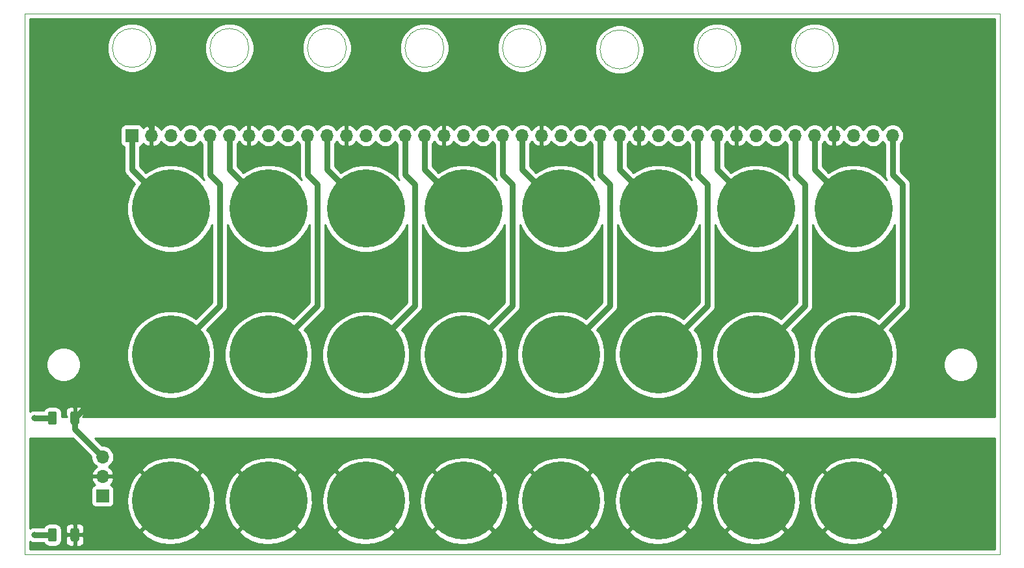
<source format=gbr>
G04 #@! TF.GenerationSoftware,KiCad,Pcbnew,5.1.8+dfsg1-1+b1*
G04 #@! TF.CreationDate,2021-07-07T17:05:11-05:00*
G04 #@! TF.ProjectId,front-panel,66726f6e-742d-4706-916e-656c2e6b6963,B*
G04 #@! TF.SameCoordinates,Original*
G04 #@! TF.FileFunction,Copper,L2,Bot*
G04 #@! TF.FilePolarity,Positive*
%FSLAX46Y46*%
G04 Gerber Fmt 4.6, Leading zero omitted, Abs format (unit mm)*
G04 Created by KiCad (PCBNEW 5.1.8+dfsg1-1+b1) date 2021-07-07 17:05:11*
%MOMM*%
%LPD*%
G01*
G04 APERTURE LIST*
G04 #@! TA.AperFunction,Profile*
%ADD10C,0.050000*%
G04 #@! TD*
G04 #@! TA.AperFunction,ComponentPad*
%ADD11O,1.700000X1.700000*%
G04 #@! TD*
G04 #@! TA.AperFunction,ComponentPad*
%ADD12R,1.700000X1.700000*%
G04 #@! TD*
G04 #@! TA.AperFunction,ComponentPad*
%ADD13C,10.160000*%
G04 #@! TD*
G04 #@! TA.AperFunction,ViaPad*
%ADD14C,0.800000*%
G04 #@! TD*
G04 #@! TA.AperFunction,Conductor*
%ADD15C,0.762000*%
G04 #@! TD*
G04 #@! TA.AperFunction,Conductor*
%ADD16C,0.254000*%
G04 #@! TD*
G04 #@! TA.AperFunction,Conductor*
%ADD17C,0.100000*%
G04 #@! TD*
G04 APERTURE END LIST*
D10*
X177800000Y-60325000D02*
X177800000Y-130810000D01*
X50800000Y-60325000D02*
X50800000Y-130810000D01*
X50800000Y-130810000D02*
X177800000Y-130810000D01*
X92710000Y-64770000D02*
G75*
G03*
X92710000Y-64770000I-2540000J0D01*
G01*
X156210000Y-64770000D02*
G75*
G03*
X156210000Y-64770000I-2540000J0D01*
G01*
X143510000Y-64770000D02*
G75*
G03*
X143510000Y-64770000I-2540000J0D01*
G01*
X130810000Y-64960500D02*
G75*
G03*
X130810000Y-64960500I-2540000J0D01*
G01*
X118110000Y-64770000D02*
G75*
G03*
X118110000Y-64770000I-2540000J0D01*
G01*
X105410000Y-64770000D02*
G75*
G03*
X105410000Y-64770000I-2540000J0D01*
G01*
X80010000Y-64770000D02*
G75*
G03*
X80010000Y-64770000I-2540000J0D01*
G01*
X67310000Y-64770000D02*
G75*
G03*
X67310000Y-64770000I-2540000J0D01*
G01*
X177800000Y-60325000D02*
X50800000Y-60325000D01*
D11*
X60960000Y-118110000D03*
X60960000Y-120650000D03*
D12*
X60960000Y-123190000D03*
G04 #@! TA.AperFunction,SMDPad,CuDef*
G36*
G01*
X54980000Y-127644997D02*
X54980000Y-128895003D01*
G75*
G02*
X54730003Y-129145000I-249997J0D01*
G01*
X54104997Y-129145000D01*
G75*
G02*
X53855000Y-128895003I0J249997D01*
G01*
X53855000Y-127644997D01*
G75*
G02*
X54104997Y-127395000I249997J0D01*
G01*
X54730003Y-127395000D01*
G75*
G02*
X54980000Y-127644997I0J-249997D01*
G01*
G37*
G04 #@! TD.AperFunction*
G04 #@! TA.AperFunction,SMDPad,CuDef*
G36*
G01*
X57905000Y-127644997D02*
X57905000Y-128895003D01*
G75*
G02*
X57655003Y-129145000I-249997J0D01*
G01*
X57029997Y-129145000D01*
G75*
G02*
X56780000Y-128895003I0J249997D01*
G01*
X56780000Y-127644997D01*
G75*
G02*
X57029997Y-127395000I249997J0D01*
G01*
X57655003Y-127395000D01*
G75*
G02*
X57905000Y-127644997I0J-249997D01*
G01*
G37*
G04 #@! TD.AperFunction*
G04 #@! TA.AperFunction,SMDPad,CuDef*
G36*
G01*
X54980000Y-112404997D02*
X54980000Y-113655003D01*
G75*
G02*
X54730003Y-113905000I-249997J0D01*
G01*
X54104997Y-113905000D01*
G75*
G02*
X53855000Y-113655003I0J249997D01*
G01*
X53855000Y-112404997D01*
G75*
G02*
X54104997Y-112155000I249997J0D01*
G01*
X54730003Y-112155000D01*
G75*
G02*
X54980000Y-112404997I0J-249997D01*
G01*
G37*
G04 #@! TD.AperFunction*
G04 #@! TA.AperFunction,SMDPad,CuDef*
G36*
G01*
X57905000Y-112404997D02*
X57905000Y-113655003D01*
G75*
G02*
X57655003Y-113905000I-249997J0D01*
G01*
X57029997Y-113905000D01*
G75*
G02*
X56780000Y-113655003I0J249997D01*
G01*
X56780000Y-112404997D01*
G75*
G02*
X57029997Y-112155000I249997J0D01*
G01*
X57655003Y-112155000D01*
G75*
G02*
X57905000Y-112404997I0J-249997D01*
G01*
G37*
G04 #@! TD.AperFunction*
D13*
X158750000Y-123825000D03*
X146050000Y-123825000D03*
X133350000Y-123825000D03*
X120650000Y-123825000D03*
X107950000Y-123825000D03*
X95250000Y-123825000D03*
X82550000Y-123825000D03*
X69850000Y-123825000D03*
X133350000Y-104775000D03*
X158750000Y-85725000D03*
X133350000Y-85725000D03*
X107950000Y-85725000D03*
X82550000Y-85725000D03*
X146050000Y-85725000D03*
X120650000Y-85725000D03*
X95250000Y-85725000D03*
X69850000Y-85725000D03*
X158750000Y-104775000D03*
X107950000Y-104775000D03*
X82550000Y-104775000D03*
X146050000Y-104775000D03*
X120650000Y-104775000D03*
X95250000Y-104775000D03*
X69850000Y-104775000D03*
D11*
X163830000Y-76200000D03*
X161290000Y-76200000D03*
X158750000Y-76200000D03*
X156210000Y-76200000D03*
X153670000Y-76200000D03*
X151130000Y-76200000D03*
X148590000Y-76200000D03*
X146050000Y-76200000D03*
X143510000Y-76200000D03*
X140970000Y-76200000D03*
X138430000Y-76200000D03*
X135890000Y-76200000D03*
X133350000Y-76200000D03*
X130810000Y-76200000D03*
X128270000Y-76200000D03*
X125730000Y-76200000D03*
X123190000Y-76200000D03*
X120650000Y-76200000D03*
X118110000Y-76200000D03*
X115570000Y-76200000D03*
X113030000Y-76200000D03*
X110490000Y-76200000D03*
X107950000Y-76200000D03*
X105410000Y-76200000D03*
X102870000Y-76200000D03*
X100330000Y-76200000D03*
X97790000Y-76200000D03*
X95250000Y-76200000D03*
X92710000Y-76200000D03*
X90170000Y-76200000D03*
X87630000Y-76200000D03*
X85090000Y-76200000D03*
X82550000Y-76200000D03*
X80010000Y-76200000D03*
X77470000Y-76200000D03*
X74930000Y-76200000D03*
X72390000Y-76200000D03*
X69850000Y-76200000D03*
X67310000Y-76200000D03*
D12*
X64770000Y-76200000D03*
D14*
X52070000Y-113030000D03*
X52070000Y-128270000D03*
D15*
X163830000Y-76200000D02*
X163830000Y-81280000D01*
X163830000Y-81280000D02*
X165100000Y-82550000D01*
X165100000Y-98425000D02*
X158750000Y-104775000D01*
X165100000Y-98425000D02*
X165100000Y-82550000D01*
X57342500Y-114492500D02*
X60960000Y-118110000D01*
X57342500Y-113030000D02*
X57342500Y-114492500D01*
X57342500Y-113030000D02*
X61595000Y-108777500D01*
X61595000Y-76303398D02*
X63603398Y-74295000D01*
X61595000Y-108777500D02*
X61595000Y-76303398D01*
X67310000Y-74997919D02*
X67310000Y-76200000D01*
X66607081Y-74295000D02*
X67310000Y-74997919D01*
X63603398Y-74295000D02*
X66607081Y-74295000D01*
X153670001Y-80645001D02*
X158750000Y-85725000D01*
X153670000Y-76200000D02*
X153670001Y-80645001D01*
X152400000Y-98425000D02*
X146050000Y-104775000D01*
X151130000Y-76200000D02*
X151130000Y-81280000D01*
X151130000Y-81280000D02*
X152400000Y-82550000D01*
X152400000Y-82550000D02*
X152400000Y-98425000D01*
X140970001Y-80645001D02*
X146050000Y-85725000D01*
X140970000Y-76200000D02*
X140970001Y-80645001D01*
X128270001Y-80645001D02*
X133350000Y-85725000D01*
X128270000Y-76200000D02*
X128270001Y-80645001D01*
X127000000Y-98425000D02*
X120650000Y-104775000D01*
X125730000Y-76200000D02*
X125730000Y-81280000D01*
X125730000Y-81280000D02*
X127000000Y-82550000D01*
X127000000Y-82550000D02*
X127000000Y-98425000D01*
X115570001Y-80645001D02*
X120650000Y-85725000D01*
X115570001Y-76199999D02*
X115570001Y-80645001D01*
X115570000Y-76200000D02*
X115570001Y-76199999D01*
X114300000Y-98425000D02*
X107950000Y-104775000D01*
X113030000Y-76200000D02*
X113030000Y-81280000D01*
X113030000Y-81280000D02*
X114300000Y-82550000D01*
X114300000Y-82550000D02*
X114300000Y-98425000D01*
X102870001Y-80645001D02*
X107950000Y-85725000D01*
X102870000Y-76200000D02*
X102870001Y-80645001D01*
X101600000Y-98425000D02*
X95250000Y-104775000D01*
X100330000Y-76200000D02*
X100330000Y-81280000D01*
X100330000Y-81280000D02*
X101600000Y-82550000D01*
X101600000Y-82550000D02*
X101600000Y-98425000D01*
X90170001Y-80645001D02*
X95250000Y-85725000D01*
X90170000Y-76200000D02*
X90170001Y-80645001D01*
X88900000Y-98425000D02*
X82550000Y-104775000D01*
X87630000Y-76200000D02*
X87630000Y-81280000D01*
X87630000Y-81280000D02*
X88900000Y-82550000D01*
X88900000Y-82550000D02*
X88900000Y-98425000D01*
X77470001Y-80645001D02*
X82550000Y-85725000D01*
X77470000Y-76200000D02*
X77470001Y-80645001D01*
X76200000Y-98425000D02*
X69850000Y-104775000D01*
X74930000Y-76200000D02*
X74930000Y-81280000D01*
X74930000Y-81280000D02*
X76200000Y-82550000D01*
X76200000Y-82550000D02*
X76200000Y-98425000D01*
X64770001Y-80645001D02*
X69850000Y-85725000D01*
X64770000Y-76200000D02*
X64770001Y-80645001D01*
X133350000Y-104775000D02*
X139700000Y-98425000D01*
X138430000Y-76200000D02*
X138430000Y-81280000D01*
X138430000Y-81280000D02*
X139700000Y-82550000D01*
X139700000Y-82550000D02*
X139700000Y-98425000D01*
X54417500Y-113030000D02*
X52070000Y-113030000D01*
X52070000Y-128270000D02*
X54417500Y-128270000D01*
D16*
X59475000Y-118061841D02*
X59475000Y-118256260D01*
X59532068Y-118543158D01*
X59644010Y-118813411D01*
X59806525Y-119056632D01*
X60013368Y-119263475D01*
X60195534Y-119385195D01*
X60078645Y-119454822D01*
X59862412Y-119649731D01*
X59688359Y-119883080D01*
X59563175Y-120145901D01*
X59518524Y-120293110D01*
X59639845Y-120523000D01*
X60833000Y-120523000D01*
X60833000Y-120503000D01*
X61087000Y-120503000D01*
X61087000Y-120523000D01*
X62280155Y-120523000D01*
X62401476Y-120293110D01*
X62356825Y-120145901D01*
X62231641Y-119883080D01*
X62160576Y-119787804D01*
X65992409Y-119787804D01*
X69850000Y-123645395D01*
X73707591Y-119787804D01*
X78692409Y-119787804D01*
X82550000Y-123645395D01*
X86407591Y-119787804D01*
X91392409Y-119787804D01*
X95250000Y-123645395D01*
X99107591Y-119787804D01*
X104092409Y-119787804D01*
X107950000Y-123645395D01*
X111807591Y-119787804D01*
X116792409Y-119787804D01*
X120650000Y-123645395D01*
X124507591Y-119787804D01*
X129492409Y-119787804D01*
X133350000Y-123645395D01*
X137207591Y-119787804D01*
X142192409Y-119787804D01*
X146050000Y-123645395D01*
X149907591Y-119787804D01*
X154892409Y-119787804D01*
X158750000Y-123645395D01*
X162607591Y-119787804D01*
X162021876Y-119105584D01*
X161038296Y-118557955D01*
X159966777Y-118212735D01*
X158848499Y-118083192D01*
X157726435Y-118174303D01*
X156643706Y-118482567D01*
X155641921Y-118996137D01*
X155478124Y-119105584D01*
X154892409Y-119787804D01*
X149907591Y-119787804D01*
X149321876Y-119105584D01*
X148338296Y-118557955D01*
X147266777Y-118212735D01*
X146148499Y-118083192D01*
X145026435Y-118174303D01*
X143943706Y-118482567D01*
X142941921Y-118996137D01*
X142778124Y-119105584D01*
X142192409Y-119787804D01*
X137207591Y-119787804D01*
X136621876Y-119105584D01*
X135638296Y-118557955D01*
X134566777Y-118212735D01*
X133448499Y-118083192D01*
X132326435Y-118174303D01*
X131243706Y-118482567D01*
X130241921Y-118996137D01*
X130078124Y-119105584D01*
X129492409Y-119787804D01*
X124507591Y-119787804D01*
X123921876Y-119105584D01*
X122938296Y-118557955D01*
X121866777Y-118212735D01*
X120748499Y-118083192D01*
X119626435Y-118174303D01*
X118543706Y-118482567D01*
X117541921Y-118996137D01*
X117378124Y-119105584D01*
X116792409Y-119787804D01*
X111807591Y-119787804D01*
X111221876Y-119105584D01*
X110238296Y-118557955D01*
X109166777Y-118212735D01*
X108048499Y-118083192D01*
X106926435Y-118174303D01*
X105843706Y-118482567D01*
X104841921Y-118996137D01*
X104678124Y-119105584D01*
X104092409Y-119787804D01*
X99107591Y-119787804D01*
X98521876Y-119105584D01*
X97538296Y-118557955D01*
X96466777Y-118212735D01*
X95348499Y-118083192D01*
X94226435Y-118174303D01*
X93143706Y-118482567D01*
X92141921Y-118996137D01*
X91978124Y-119105584D01*
X91392409Y-119787804D01*
X86407591Y-119787804D01*
X85821876Y-119105584D01*
X84838296Y-118557955D01*
X83766777Y-118212735D01*
X82648499Y-118083192D01*
X81526435Y-118174303D01*
X80443706Y-118482567D01*
X79441921Y-118996137D01*
X79278124Y-119105584D01*
X78692409Y-119787804D01*
X73707591Y-119787804D01*
X73121876Y-119105584D01*
X72138296Y-118557955D01*
X71066777Y-118212735D01*
X69948499Y-118083192D01*
X68826435Y-118174303D01*
X67743706Y-118482567D01*
X66741921Y-118996137D01*
X66578124Y-119105584D01*
X65992409Y-119787804D01*
X62160576Y-119787804D01*
X62057588Y-119649731D01*
X61841355Y-119454822D01*
X61724466Y-119385195D01*
X61906632Y-119263475D01*
X62113475Y-119056632D01*
X62275990Y-118813411D01*
X62387932Y-118543158D01*
X62445000Y-118256260D01*
X62445000Y-117963740D01*
X62387932Y-117676842D01*
X62275990Y-117406589D01*
X62113475Y-117163368D01*
X61906632Y-116956525D01*
X61663411Y-116794010D01*
X61393158Y-116682068D01*
X61106260Y-116625000D01*
X60911841Y-116625000D01*
X59983841Y-115697000D01*
X177140001Y-115697000D01*
X177140001Y-130150000D01*
X51460000Y-130150000D01*
X51460000Y-129107195D01*
X51579744Y-129187205D01*
X51768102Y-129265226D01*
X51968061Y-129305000D01*
X52171939Y-129305000D01*
X52267459Y-129286000D01*
X53311867Y-129286000D01*
X53366595Y-129388388D01*
X53477037Y-129522963D01*
X53611612Y-129633405D01*
X53765148Y-129715472D01*
X53931743Y-129766008D01*
X54104997Y-129783072D01*
X54730003Y-129783072D01*
X54903257Y-129766008D01*
X55069852Y-129715472D01*
X55223388Y-129633405D01*
X55357963Y-129522963D01*
X55468405Y-129388388D01*
X55550472Y-129234852D01*
X55577728Y-129145000D01*
X56141928Y-129145000D01*
X56154188Y-129269482D01*
X56190498Y-129389180D01*
X56249463Y-129499494D01*
X56328815Y-129596185D01*
X56425506Y-129675537D01*
X56535820Y-129734502D01*
X56655518Y-129770812D01*
X56780000Y-129783072D01*
X57056750Y-129780000D01*
X57215500Y-129621250D01*
X57215500Y-128397000D01*
X57469500Y-128397000D01*
X57469500Y-129621250D01*
X57628250Y-129780000D01*
X57905000Y-129783072D01*
X58029482Y-129770812D01*
X58149180Y-129734502D01*
X58259494Y-129675537D01*
X58356185Y-129596185D01*
X58435537Y-129499494D01*
X58494502Y-129389180D01*
X58530812Y-129269482D01*
X58543072Y-129145000D01*
X58540000Y-128555750D01*
X58381250Y-128397000D01*
X57469500Y-128397000D01*
X57215500Y-128397000D01*
X56303750Y-128397000D01*
X56145000Y-128555750D01*
X56141928Y-129145000D01*
X55577728Y-129145000D01*
X55601008Y-129068257D01*
X55618072Y-128895003D01*
X55618072Y-127644997D01*
X55601008Y-127471743D01*
X55577729Y-127395000D01*
X56141928Y-127395000D01*
X56145000Y-127984250D01*
X56303750Y-128143000D01*
X57215500Y-128143000D01*
X57215500Y-126918750D01*
X57469500Y-126918750D01*
X57469500Y-128143000D01*
X58381250Y-128143000D01*
X58540000Y-127984250D01*
X58540636Y-127862196D01*
X65992409Y-127862196D01*
X66578124Y-128544416D01*
X67561704Y-129092045D01*
X68633223Y-129437265D01*
X69751501Y-129566808D01*
X70873565Y-129475697D01*
X71956294Y-129167433D01*
X72958079Y-128653863D01*
X73121876Y-128544416D01*
X73707591Y-127862196D01*
X78692409Y-127862196D01*
X79278124Y-128544416D01*
X80261704Y-129092045D01*
X81333223Y-129437265D01*
X82451501Y-129566808D01*
X83573565Y-129475697D01*
X84656294Y-129167433D01*
X85658079Y-128653863D01*
X85821876Y-128544416D01*
X86407591Y-127862196D01*
X91392409Y-127862196D01*
X91978124Y-128544416D01*
X92961704Y-129092045D01*
X94033223Y-129437265D01*
X95151501Y-129566808D01*
X96273565Y-129475697D01*
X97356294Y-129167433D01*
X98358079Y-128653863D01*
X98521876Y-128544416D01*
X99107591Y-127862196D01*
X104092409Y-127862196D01*
X104678124Y-128544416D01*
X105661704Y-129092045D01*
X106733223Y-129437265D01*
X107851501Y-129566808D01*
X108973565Y-129475697D01*
X110056294Y-129167433D01*
X111058079Y-128653863D01*
X111221876Y-128544416D01*
X111807591Y-127862196D01*
X116792409Y-127862196D01*
X117378124Y-128544416D01*
X118361704Y-129092045D01*
X119433223Y-129437265D01*
X120551501Y-129566808D01*
X121673565Y-129475697D01*
X122756294Y-129167433D01*
X123758079Y-128653863D01*
X123921876Y-128544416D01*
X124507591Y-127862196D01*
X129492409Y-127862196D01*
X130078124Y-128544416D01*
X131061704Y-129092045D01*
X132133223Y-129437265D01*
X133251501Y-129566808D01*
X134373565Y-129475697D01*
X135456294Y-129167433D01*
X136458079Y-128653863D01*
X136621876Y-128544416D01*
X137207591Y-127862196D01*
X142192409Y-127862196D01*
X142778124Y-128544416D01*
X143761704Y-129092045D01*
X144833223Y-129437265D01*
X145951501Y-129566808D01*
X147073565Y-129475697D01*
X148156294Y-129167433D01*
X149158079Y-128653863D01*
X149321876Y-128544416D01*
X149907591Y-127862196D01*
X154892409Y-127862196D01*
X155478124Y-128544416D01*
X156461704Y-129092045D01*
X157533223Y-129437265D01*
X158651501Y-129566808D01*
X159773565Y-129475697D01*
X160856294Y-129167433D01*
X161858079Y-128653863D01*
X162021876Y-128544416D01*
X162607591Y-127862196D01*
X158750000Y-124004605D01*
X154892409Y-127862196D01*
X149907591Y-127862196D01*
X146050000Y-124004605D01*
X142192409Y-127862196D01*
X137207591Y-127862196D01*
X133350000Y-124004605D01*
X129492409Y-127862196D01*
X124507591Y-127862196D01*
X120650000Y-124004605D01*
X116792409Y-127862196D01*
X111807591Y-127862196D01*
X107950000Y-124004605D01*
X104092409Y-127862196D01*
X99107591Y-127862196D01*
X95250000Y-124004605D01*
X91392409Y-127862196D01*
X86407591Y-127862196D01*
X82550000Y-124004605D01*
X78692409Y-127862196D01*
X73707591Y-127862196D01*
X69850000Y-124004605D01*
X65992409Y-127862196D01*
X58540636Y-127862196D01*
X58543072Y-127395000D01*
X58530812Y-127270518D01*
X58494502Y-127150820D01*
X58435537Y-127040506D01*
X58356185Y-126943815D01*
X58259494Y-126864463D01*
X58149180Y-126805498D01*
X58029482Y-126769188D01*
X57905000Y-126756928D01*
X57628250Y-126760000D01*
X57469500Y-126918750D01*
X57215500Y-126918750D01*
X57056750Y-126760000D01*
X56780000Y-126756928D01*
X56655518Y-126769188D01*
X56535820Y-126805498D01*
X56425506Y-126864463D01*
X56328815Y-126943815D01*
X56249463Y-127040506D01*
X56190498Y-127150820D01*
X56154188Y-127270518D01*
X56141928Y-127395000D01*
X55577729Y-127395000D01*
X55550472Y-127305148D01*
X55468405Y-127151612D01*
X55357963Y-127017037D01*
X55223388Y-126906595D01*
X55069852Y-126824528D01*
X54903257Y-126773992D01*
X54730003Y-126756928D01*
X54104997Y-126756928D01*
X53931743Y-126773992D01*
X53765148Y-126824528D01*
X53611612Y-126906595D01*
X53477037Y-127017037D01*
X53366595Y-127151612D01*
X53311867Y-127254000D01*
X52267459Y-127254000D01*
X52171939Y-127235000D01*
X51968061Y-127235000D01*
X51768102Y-127274774D01*
X51579744Y-127352795D01*
X51460000Y-127432805D01*
X51460000Y-122340000D01*
X59471928Y-122340000D01*
X59471928Y-124040000D01*
X59484188Y-124164482D01*
X59520498Y-124284180D01*
X59579463Y-124394494D01*
X59658815Y-124491185D01*
X59755506Y-124570537D01*
X59865820Y-124629502D01*
X59985518Y-124665812D01*
X60110000Y-124678072D01*
X61810000Y-124678072D01*
X61934482Y-124665812D01*
X62054180Y-124629502D01*
X62164494Y-124570537D01*
X62261185Y-124491185D01*
X62340537Y-124394494D01*
X62399502Y-124284180D01*
X62435812Y-124164482D01*
X62448072Y-124040000D01*
X62448072Y-123726501D01*
X64108192Y-123726501D01*
X64199303Y-124848565D01*
X64507567Y-125931294D01*
X65021137Y-126933079D01*
X65130584Y-127096876D01*
X65812804Y-127682591D01*
X69670395Y-123825000D01*
X70029605Y-123825000D01*
X73887196Y-127682591D01*
X74569416Y-127096876D01*
X75117045Y-126113296D01*
X75462265Y-125041777D01*
X75591808Y-123923499D01*
X75575812Y-123726501D01*
X76808192Y-123726501D01*
X76899303Y-124848565D01*
X77207567Y-125931294D01*
X77721137Y-126933079D01*
X77830584Y-127096876D01*
X78512804Y-127682591D01*
X82370395Y-123825000D01*
X82729605Y-123825000D01*
X86587196Y-127682591D01*
X87269416Y-127096876D01*
X87817045Y-126113296D01*
X88162265Y-125041777D01*
X88291808Y-123923499D01*
X88275812Y-123726501D01*
X89508192Y-123726501D01*
X89599303Y-124848565D01*
X89907567Y-125931294D01*
X90421137Y-126933079D01*
X90530584Y-127096876D01*
X91212804Y-127682591D01*
X95070395Y-123825000D01*
X95429605Y-123825000D01*
X99287196Y-127682591D01*
X99969416Y-127096876D01*
X100517045Y-126113296D01*
X100862265Y-125041777D01*
X100991808Y-123923499D01*
X100975812Y-123726501D01*
X102208192Y-123726501D01*
X102299303Y-124848565D01*
X102607567Y-125931294D01*
X103121137Y-126933079D01*
X103230584Y-127096876D01*
X103912804Y-127682591D01*
X107770395Y-123825000D01*
X108129605Y-123825000D01*
X111987196Y-127682591D01*
X112669416Y-127096876D01*
X113217045Y-126113296D01*
X113562265Y-125041777D01*
X113691808Y-123923499D01*
X113675812Y-123726501D01*
X114908192Y-123726501D01*
X114999303Y-124848565D01*
X115307567Y-125931294D01*
X115821137Y-126933079D01*
X115930584Y-127096876D01*
X116612804Y-127682591D01*
X120470395Y-123825000D01*
X120829605Y-123825000D01*
X124687196Y-127682591D01*
X125369416Y-127096876D01*
X125917045Y-126113296D01*
X126262265Y-125041777D01*
X126391808Y-123923499D01*
X126375812Y-123726501D01*
X127608192Y-123726501D01*
X127699303Y-124848565D01*
X128007567Y-125931294D01*
X128521137Y-126933079D01*
X128630584Y-127096876D01*
X129312804Y-127682591D01*
X133170395Y-123825000D01*
X133529605Y-123825000D01*
X137387196Y-127682591D01*
X138069416Y-127096876D01*
X138617045Y-126113296D01*
X138962265Y-125041777D01*
X139091808Y-123923499D01*
X139075812Y-123726501D01*
X140308192Y-123726501D01*
X140399303Y-124848565D01*
X140707567Y-125931294D01*
X141221137Y-126933079D01*
X141330584Y-127096876D01*
X142012804Y-127682591D01*
X145870395Y-123825000D01*
X146229605Y-123825000D01*
X150087196Y-127682591D01*
X150769416Y-127096876D01*
X151317045Y-126113296D01*
X151662265Y-125041777D01*
X151791808Y-123923499D01*
X151775812Y-123726501D01*
X153008192Y-123726501D01*
X153099303Y-124848565D01*
X153407567Y-125931294D01*
X153921137Y-126933079D01*
X154030584Y-127096876D01*
X154712804Y-127682591D01*
X158570395Y-123825000D01*
X158929605Y-123825000D01*
X162787196Y-127682591D01*
X163469416Y-127096876D01*
X164017045Y-126113296D01*
X164362265Y-125041777D01*
X164491808Y-123923499D01*
X164400697Y-122801435D01*
X164092433Y-121718706D01*
X163578863Y-120716921D01*
X163469416Y-120553124D01*
X162787196Y-119967409D01*
X158929605Y-123825000D01*
X158570395Y-123825000D01*
X154712804Y-119967409D01*
X154030584Y-120553124D01*
X153482955Y-121536704D01*
X153137735Y-122608223D01*
X153008192Y-123726501D01*
X151775812Y-123726501D01*
X151700697Y-122801435D01*
X151392433Y-121718706D01*
X150878863Y-120716921D01*
X150769416Y-120553124D01*
X150087196Y-119967409D01*
X146229605Y-123825000D01*
X145870395Y-123825000D01*
X142012804Y-119967409D01*
X141330584Y-120553124D01*
X140782955Y-121536704D01*
X140437735Y-122608223D01*
X140308192Y-123726501D01*
X139075812Y-123726501D01*
X139000697Y-122801435D01*
X138692433Y-121718706D01*
X138178863Y-120716921D01*
X138069416Y-120553124D01*
X137387196Y-119967409D01*
X133529605Y-123825000D01*
X133170395Y-123825000D01*
X129312804Y-119967409D01*
X128630584Y-120553124D01*
X128082955Y-121536704D01*
X127737735Y-122608223D01*
X127608192Y-123726501D01*
X126375812Y-123726501D01*
X126300697Y-122801435D01*
X125992433Y-121718706D01*
X125478863Y-120716921D01*
X125369416Y-120553124D01*
X124687196Y-119967409D01*
X120829605Y-123825000D01*
X120470395Y-123825000D01*
X116612804Y-119967409D01*
X115930584Y-120553124D01*
X115382955Y-121536704D01*
X115037735Y-122608223D01*
X114908192Y-123726501D01*
X113675812Y-123726501D01*
X113600697Y-122801435D01*
X113292433Y-121718706D01*
X112778863Y-120716921D01*
X112669416Y-120553124D01*
X111987196Y-119967409D01*
X108129605Y-123825000D01*
X107770395Y-123825000D01*
X103912804Y-119967409D01*
X103230584Y-120553124D01*
X102682955Y-121536704D01*
X102337735Y-122608223D01*
X102208192Y-123726501D01*
X100975812Y-123726501D01*
X100900697Y-122801435D01*
X100592433Y-121718706D01*
X100078863Y-120716921D01*
X99969416Y-120553124D01*
X99287196Y-119967409D01*
X95429605Y-123825000D01*
X95070395Y-123825000D01*
X91212804Y-119967409D01*
X90530584Y-120553124D01*
X89982955Y-121536704D01*
X89637735Y-122608223D01*
X89508192Y-123726501D01*
X88275812Y-123726501D01*
X88200697Y-122801435D01*
X87892433Y-121718706D01*
X87378863Y-120716921D01*
X87269416Y-120553124D01*
X86587196Y-119967409D01*
X82729605Y-123825000D01*
X82370395Y-123825000D01*
X78512804Y-119967409D01*
X77830584Y-120553124D01*
X77282955Y-121536704D01*
X76937735Y-122608223D01*
X76808192Y-123726501D01*
X75575812Y-123726501D01*
X75500697Y-122801435D01*
X75192433Y-121718706D01*
X74678863Y-120716921D01*
X74569416Y-120553124D01*
X73887196Y-119967409D01*
X70029605Y-123825000D01*
X69670395Y-123825000D01*
X65812804Y-119967409D01*
X65130584Y-120553124D01*
X64582955Y-121536704D01*
X64237735Y-122608223D01*
X64108192Y-123726501D01*
X62448072Y-123726501D01*
X62448072Y-122340000D01*
X62435812Y-122215518D01*
X62399502Y-122095820D01*
X62340537Y-121985506D01*
X62261185Y-121888815D01*
X62164494Y-121809463D01*
X62054180Y-121750498D01*
X61973534Y-121726034D01*
X62057588Y-121650269D01*
X62231641Y-121416920D01*
X62356825Y-121154099D01*
X62401476Y-121006890D01*
X62280155Y-120777000D01*
X61087000Y-120777000D01*
X61087000Y-120797000D01*
X60833000Y-120797000D01*
X60833000Y-120777000D01*
X59639845Y-120777000D01*
X59518524Y-121006890D01*
X59563175Y-121154099D01*
X59688359Y-121416920D01*
X59862412Y-121650269D01*
X59946466Y-121726034D01*
X59865820Y-121750498D01*
X59755506Y-121809463D01*
X59658815Y-121888815D01*
X59579463Y-121985506D01*
X59520498Y-122095820D01*
X59484188Y-122215518D01*
X59471928Y-122340000D01*
X51460000Y-122340000D01*
X51460000Y-115697000D01*
X57110160Y-115697000D01*
X59475000Y-118061841D01*
G04 #@! TA.AperFunction,Conductor*
D17*
G36*
X59475000Y-118061841D02*
G01*
X59475000Y-118256260D01*
X59532068Y-118543158D01*
X59644010Y-118813411D01*
X59806525Y-119056632D01*
X60013368Y-119263475D01*
X60195534Y-119385195D01*
X60078645Y-119454822D01*
X59862412Y-119649731D01*
X59688359Y-119883080D01*
X59563175Y-120145901D01*
X59518524Y-120293110D01*
X59639845Y-120523000D01*
X60833000Y-120523000D01*
X60833000Y-120503000D01*
X61087000Y-120503000D01*
X61087000Y-120523000D01*
X62280155Y-120523000D01*
X62401476Y-120293110D01*
X62356825Y-120145901D01*
X62231641Y-119883080D01*
X62160576Y-119787804D01*
X65992409Y-119787804D01*
X69850000Y-123645395D01*
X73707591Y-119787804D01*
X78692409Y-119787804D01*
X82550000Y-123645395D01*
X86407591Y-119787804D01*
X91392409Y-119787804D01*
X95250000Y-123645395D01*
X99107591Y-119787804D01*
X104092409Y-119787804D01*
X107950000Y-123645395D01*
X111807591Y-119787804D01*
X116792409Y-119787804D01*
X120650000Y-123645395D01*
X124507591Y-119787804D01*
X129492409Y-119787804D01*
X133350000Y-123645395D01*
X137207591Y-119787804D01*
X142192409Y-119787804D01*
X146050000Y-123645395D01*
X149907591Y-119787804D01*
X154892409Y-119787804D01*
X158750000Y-123645395D01*
X162607591Y-119787804D01*
X162021876Y-119105584D01*
X161038296Y-118557955D01*
X159966777Y-118212735D01*
X158848499Y-118083192D01*
X157726435Y-118174303D01*
X156643706Y-118482567D01*
X155641921Y-118996137D01*
X155478124Y-119105584D01*
X154892409Y-119787804D01*
X149907591Y-119787804D01*
X149321876Y-119105584D01*
X148338296Y-118557955D01*
X147266777Y-118212735D01*
X146148499Y-118083192D01*
X145026435Y-118174303D01*
X143943706Y-118482567D01*
X142941921Y-118996137D01*
X142778124Y-119105584D01*
X142192409Y-119787804D01*
X137207591Y-119787804D01*
X136621876Y-119105584D01*
X135638296Y-118557955D01*
X134566777Y-118212735D01*
X133448499Y-118083192D01*
X132326435Y-118174303D01*
X131243706Y-118482567D01*
X130241921Y-118996137D01*
X130078124Y-119105584D01*
X129492409Y-119787804D01*
X124507591Y-119787804D01*
X123921876Y-119105584D01*
X122938296Y-118557955D01*
X121866777Y-118212735D01*
X120748499Y-118083192D01*
X119626435Y-118174303D01*
X118543706Y-118482567D01*
X117541921Y-118996137D01*
X117378124Y-119105584D01*
X116792409Y-119787804D01*
X111807591Y-119787804D01*
X111221876Y-119105584D01*
X110238296Y-118557955D01*
X109166777Y-118212735D01*
X108048499Y-118083192D01*
X106926435Y-118174303D01*
X105843706Y-118482567D01*
X104841921Y-118996137D01*
X104678124Y-119105584D01*
X104092409Y-119787804D01*
X99107591Y-119787804D01*
X98521876Y-119105584D01*
X97538296Y-118557955D01*
X96466777Y-118212735D01*
X95348499Y-118083192D01*
X94226435Y-118174303D01*
X93143706Y-118482567D01*
X92141921Y-118996137D01*
X91978124Y-119105584D01*
X91392409Y-119787804D01*
X86407591Y-119787804D01*
X85821876Y-119105584D01*
X84838296Y-118557955D01*
X83766777Y-118212735D01*
X82648499Y-118083192D01*
X81526435Y-118174303D01*
X80443706Y-118482567D01*
X79441921Y-118996137D01*
X79278124Y-119105584D01*
X78692409Y-119787804D01*
X73707591Y-119787804D01*
X73121876Y-119105584D01*
X72138296Y-118557955D01*
X71066777Y-118212735D01*
X69948499Y-118083192D01*
X68826435Y-118174303D01*
X67743706Y-118482567D01*
X66741921Y-118996137D01*
X66578124Y-119105584D01*
X65992409Y-119787804D01*
X62160576Y-119787804D01*
X62057588Y-119649731D01*
X61841355Y-119454822D01*
X61724466Y-119385195D01*
X61906632Y-119263475D01*
X62113475Y-119056632D01*
X62275990Y-118813411D01*
X62387932Y-118543158D01*
X62445000Y-118256260D01*
X62445000Y-117963740D01*
X62387932Y-117676842D01*
X62275990Y-117406589D01*
X62113475Y-117163368D01*
X61906632Y-116956525D01*
X61663411Y-116794010D01*
X61393158Y-116682068D01*
X61106260Y-116625000D01*
X60911841Y-116625000D01*
X59983841Y-115697000D01*
X177140001Y-115697000D01*
X177140001Y-130150000D01*
X51460000Y-130150000D01*
X51460000Y-129107195D01*
X51579744Y-129187205D01*
X51768102Y-129265226D01*
X51968061Y-129305000D01*
X52171939Y-129305000D01*
X52267459Y-129286000D01*
X53311867Y-129286000D01*
X53366595Y-129388388D01*
X53477037Y-129522963D01*
X53611612Y-129633405D01*
X53765148Y-129715472D01*
X53931743Y-129766008D01*
X54104997Y-129783072D01*
X54730003Y-129783072D01*
X54903257Y-129766008D01*
X55069852Y-129715472D01*
X55223388Y-129633405D01*
X55357963Y-129522963D01*
X55468405Y-129388388D01*
X55550472Y-129234852D01*
X55577728Y-129145000D01*
X56141928Y-129145000D01*
X56154188Y-129269482D01*
X56190498Y-129389180D01*
X56249463Y-129499494D01*
X56328815Y-129596185D01*
X56425506Y-129675537D01*
X56535820Y-129734502D01*
X56655518Y-129770812D01*
X56780000Y-129783072D01*
X57056750Y-129780000D01*
X57215500Y-129621250D01*
X57215500Y-128397000D01*
X57469500Y-128397000D01*
X57469500Y-129621250D01*
X57628250Y-129780000D01*
X57905000Y-129783072D01*
X58029482Y-129770812D01*
X58149180Y-129734502D01*
X58259494Y-129675537D01*
X58356185Y-129596185D01*
X58435537Y-129499494D01*
X58494502Y-129389180D01*
X58530812Y-129269482D01*
X58543072Y-129145000D01*
X58540000Y-128555750D01*
X58381250Y-128397000D01*
X57469500Y-128397000D01*
X57215500Y-128397000D01*
X56303750Y-128397000D01*
X56145000Y-128555750D01*
X56141928Y-129145000D01*
X55577728Y-129145000D01*
X55601008Y-129068257D01*
X55618072Y-128895003D01*
X55618072Y-127644997D01*
X55601008Y-127471743D01*
X55577729Y-127395000D01*
X56141928Y-127395000D01*
X56145000Y-127984250D01*
X56303750Y-128143000D01*
X57215500Y-128143000D01*
X57215500Y-126918750D01*
X57469500Y-126918750D01*
X57469500Y-128143000D01*
X58381250Y-128143000D01*
X58540000Y-127984250D01*
X58540636Y-127862196D01*
X65992409Y-127862196D01*
X66578124Y-128544416D01*
X67561704Y-129092045D01*
X68633223Y-129437265D01*
X69751501Y-129566808D01*
X70873565Y-129475697D01*
X71956294Y-129167433D01*
X72958079Y-128653863D01*
X73121876Y-128544416D01*
X73707591Y-127862196D01*
X78692409Y-127862196D01*
X79278124Y-128544416D01*
X80261704Y-129092045D01*
X81333223Y-129437265D01*
X82451501Y-129566808D01*
X83573565Y-129475697D01*
X84656294Y-129167433D01*
X85658079Y-128653863D01*
X85821876Y-128544416D01*
X86407591Y-127862196D01*
X91392409Y-127862196D01*
X91978124Y-128544416D01*
X92961704Y-129092045D01*
X94033223Y-129437265D01*
X95151501Y-129566808D01*
X96273565Y-129475697D01*
X97356294Y-129167433D01*
X98358079Y-128653863D01*
X98521876Y-128544416D01*
X99107591Y-127862196D01*
X104092409Y-127862196D01*
X104678124Y-128544416D01*
X105661704Y-129092045D01*
X106733223Y-129437265D01*
X107851501Y-129566808D01*
X108973565Y-129475697D01*
X110056294Y-129167433D01*
X111058079Y-128653863D01*
X111221876Y-128544416D01*
X111807591Y-127862196D01*
X116792409Y-127862196D01*
X117378124Y-128544416D01*
X118361704Y-129092045D01*
X119433223Y-129437265D01*
X120551501Y-129566808D01*
X121673565Y-129475697D01*
X122756294Y-129167433D01*
X123758079Y-128653863D01*
X123921876Y-128544416D01*
X124507591Y-127862196D01*
X129492409Y-127862196D01*
X130078124Y-128544416D01*
X131061704Y-129092045D01*
X132133223Y-129437265D01*
X133251501Y-129566808D01*
X134373565Y-129475697D01*
X135456294Y-129167433D01*
X136458079Y-128653863D01*
X136621876Y-128544416D01*
X137207591Y-127862196D01*
X142192409Y-127862196D01*
X142778124Y-128544416D01*
X143761704Y-129092045D01*
X144833223Y-129437265D01*
X145951501Y-129566808D01*
X147073565Y-129475697D01*
X148156294Y-129167433D01*
X149158079Y-128653863D01*
X149321876Y-128544416D01*
X149907591Y-127862196D01*
X154892409Y-127862196D01*
X155478124Y-128544416D01*
X156461704Y-129092045D01*
X157533223Y-129437265D01*
X158651501Y-129566808D01*
X159773565Y-129475697D01*
X160856294Y-129167433D01*
X161858079Y-128653863D01*
X162021876Y-128544416D01*
X162607591Y-127862196D01*
X158750000Y-124004605D01*
X154892409Y-127862196D01*
X149907591Y-127862196D01*
X146050000Y-124004605D01*
X142192409Y-127862196D01*
X137207591Y-127862196D01*
X133350000Y-124004605D01*
X129492409Y-127862196D01*
X124507591Y-127862196D01*
X120650000Y-124004605D01*
X116792409Y-127862196D01*
X111807591Y-127862196D01*
X107950000Y-124004605D01*
X104092409Y-127862196D01*
X99107591Y-127862196D01*
X95250000Y-124004605D01*
X91392409Y-127862196D01*
X86407591Y-127862196D01*
X82550000Y-124004605D01*
X78692409Y-127862196D01*
X73707591Y-127862196D01*
X69850000Y-124004605D01*
X65992409Y-127862196D01*
X58540636Y-127862196D01*
X58543072Y-127395000D01*
X58530812Y-127270518D01*
X58494502Y-127150820D01*
X58435537Y-127040506D01*
X58356185Y-126943815D01*
X58259494Y-126864463D01*
X58149180Y-126805498D01*
X58029482Y-126769188D01*
X57905000Y-126756928D01*
X57628250Y-126760000D01*
X57469500Y-126918750D01*
X57215500Y-126918750D01*
X57056750Y-126760000D01*
X56780000Y-126756928D01*
X56655518Y-126769188D01*
X56535820Y-126805498D01*
X56425506Y-126864463D01*
X56328815Y-126943815D01*
X56249463Y-127040506D01*
X56190498Y-127150820D01*
X56154188Y-127270518D01*
X56141928Y-127395000D01*
X55577729Y-127395000D01*
X55550472Y-127305148D01*
X55468405Y-127151612D01*
X55357963Y-127017037D01*
X55223388Y-126906595D01*
X55069852Y-126824528D01*
X54903257Y-126773992D01*
X54730003Y-126756928D01*
X54104997Y-126756928D01*
X53931743Y-126773992D01*
X53765148Y-126824528D01*
X53611612Y-126906595D01*
X53477037Y-127017037D01*
X53366595Y-127151612D01*
X53311867Y-127254000D01*
X52267459Y-127254000D01*
X52171939Y-127235000D01*
X51968061Y-127235000D01*
X51768102Y-127274774D01*
X51579744Y-127352795D01*
X51460000Y-127432805D01*
X51460000Y-122340000D01*
X59471928Y-122340000D01*
X59471928Y-124040000D01*
X59484188Y-124164482D01*
X59520498Y-124284180D01*
X59579463Y-124394494D01*
X59658815Y-124491185D01*
X59755506Y-124570537D01*
X59865820Y-124629502D01*
X59985518Y-124665812D01*
X60110000Y-124678072D01*
X61810000Y-124678072D01*
X61934482Y-124665812D01*
X62054180Y-124629502D01*
X62164494Y-124570537D01*
X62261185Y-124491185D01*
X62340537Y-124394494D01*
X62399502Y-124284180D01*
X62435812Y-124164482D01*
X62448072Y-124040000D01*
X62448072Y-123726501D01*
X64108192Y-123726501D01*
X64199303Y-124848565D01*
X64507567Y-125931294D01*
X65021137Y-126933079D01*
X65130584Y-127096876D01*
X65812804Y-127682591D01*
X69670395Y-123825000D01*
X70029605Y-123825000D01*
X73887196Y-127682591D01*
X74569416Y-127096876D01*
X75117045Y-126113296D01*
X75462265Y-125041777D01*
X75591808Y-123923499D01*
X75575812Y-123726501D01*
X76808192Y-123726501D01*
X76899303Y-124848565D01*
X77207567Y-125931294D01*
X77721137Y-126933079D01*
X77830584Y-127096876D01*
X78512804Y-127682591D01*
X82370395Y-123825000D01*
X82729605Y-123825000D01*
X86587196Y-127682591D01*
X87269416Y-127096876D01*
X87817045Y-126113296D01*
X88162265Y-125041777D01*
X88291808Y-123923499D01*
X88275812Y-123726501D01*
X89508192Y-123726501D01*
X89599303Y-124848565D01*
X89907567Y-125931294D01*
X90421137Y-126933079D01*
X90530584Y-127096876D01*
X91212804Y-127682591D01*
X95070395Y-123825000D01*
X95429605Y-123825000D01*
X99287196Y-127682591D01*
X99969416Y-127096876D01*
X100517045Y-126113296D01*
X100862265Y-125041777D01*
X100991808Y-123923499D01*
X100975812Y-123726501D01*
X102208192Y-123726501D01*
X102299303Y-124848565D01*
X102607567Y-125931294D01*
X103121137Y-126933079D01*
X103230584Y-127096876D01*
X103912804Y-127682591D01*
X107770395Y-123825000D01*
X108129605Y-123825000D01*
X111987196Y-127682591D01*
X112669416Y-127096876D01*
X113217045Y-126113296D01*
X113562265Y-125041777D01*
X113691808Y-123923499D01*
X113675812Y-123726501D01*
X114908192Y-123726501D01*
X114999303Y-124848565D01*
X115307567Y-125931294D01*
X115821137Y-126933079D01*
X115930584Y-127096876D01*
X116612804Y-127682591D01*
X120470395Y-123825000D01*
X120829605Y-123825000D01*
X124687196Y-127682591D01*
X125369416Y-127096876D01*
X125917045Y-126113296D01*
X126262265Y-125041777D01*
X126391808Y-123923499D01*
X126375812Y-123726501D01*
X127608192Y-123726501D01*
X127699303Y-124848565D01*
X128007567Y-125931294D01*
X128521137Y-126933079D01*
X128630584Y-127096876D01*
X129312804Y-127682591D01*
X133170395Y-123825000D01*
X133529605Y-123825000D01*
X137387196Y-127682591D01*
X138069416Y-127096876D01*
X138617045Y-126113296D01*
X138962265Y-125041777D01*
X139091808Y-123923499D01*
X139075812Y-123726501D01*
X140308192Y-123726501D01*
X140399303Y-124848565D01*
X140707567Y-125931294D01*
X141221137Y-126933079D01*
X141330584Y-127096876D01*
X142012804Y-127682591D01*
X145870395Y-123825000D01*
X146229605Y-123825000D01*
X150087196Y-127682591D01*
X150769416Y-127096876D01*
X151317045Y-126113296D01*
X151662265Y-125041777D01*
X151791808Y-123923499D01*
X151775812Y-123726501D01*
X153008192Y-123726501D01*
X153099303Y-124848565D01*
X153407567Y-125931294D01*
X153921137Y-126933079D01*
X154030584Y-127096876D01*
X154712804Y-127682591D01*
X158570395Y-123825000D01*
X158929605Y-123825000D01*
X162787196Y-127682591D01*
X163469416Y-127096876D01*
X164017045Y-126113296D01*
X164362265Y-125041777D01*
X164491808Y-123923499D01*
X164400697Y-122801435D01*
X164092433Y-121718706D01*
X163578863Y-120716921D01*
X163469416Y-120553124D01*
X162787196Y-119967409D01*
X158929605Y-123825000D01*
X158570395Y-123825000D01*
X154712804Y-119967409D01*
X154030584Y-120553124D01*
X153482955Y-121536704D01*
X153137735Y-122608223D01*
X153008192Y-123726501D01*
X151775812Y-123726501D01*
X151700697Y-122801435D01*
X151392433Y-121718706D01*
X150878863Y-120716921D01*
X150769416Y-120553124D01*
X150087196Y-119967409D01*
X146229605Y-123825000D01*
X145870395Y-123825000D01*
X142012804Y-119967409D01*
X141330584Y-120553124D01*
X140782955Y-121536704D01*
X140437735Y-122608223D01*
X140308192Y-123726501D01*
X139075812Y-123726501D01*
X139000697Y-122801435D01*
X138692433Y-121718706D01*
X138178863Y-120716921D01*
X138069416Y-120553124D01*
X137387196Y-119967409D01*
X133529605Y-123825000D01*
X133170395Y-123825000D01*
X129312804Y-119967409D01*
X128630584Y-120553124D01*
X128082955Y-121536704D01*
X127737735Y-122608223D01*
X127608192Y-123726501D01*
X126375812Y-123726501D01*
X126300697Y-122801435D01*
X125992433Y-121718706D01*
X125478863Y-120716921D01*
X125369416Y-120553124D01*
X124687196Y-119967409D01*
X120829605Y-123825000D01*
X120470395Y-123825000D01*
X116612804Y-119967409D01*
X115930584Y-120553124D01*
X115382955Y-121536704D01*
X115037735Y-122608223D01*
X114908192Y-123726501D01*
X113675812Y-123726501D01*
X113600697Y-122801435D01*
X113292433Y-121718706D01*
X112778863Y-120716921D01*
X112669416Y-120553124D01*
X111987196Y-119967409D01*
X108129605Y-123825000D01*
X107770395Y-123825000D01*
X103912804Y-119967409D01*
X103230584Y-120553124D01*
X102682955Y-121536704D01*
X102337735Y-122608223D01*
X102208192Y-123726501D01*
X100975812Y-123726501D01*
X100900697Y-122801435D01*
X100592433Y-121718706D01*
X100078863Y-120716921D01*
X99969416Y-120553124D01*
X99287196Y-119967409D01*
X95429605Y-123825000D01*
X95070395Y-123825000D01*
X91212804Y-119967409D01*
X90530584Y-120553124D01*
X89982955Y-121536704D01*
X89637735Y-122608223D01*
X89508192Y-123726501D01*
X88275812Y-123726501D01*
X88200697Y-122801435D01*
X87892433Y-121718706D01*
X87378863Y-120716921D01*
X87269416Y-120553124D01*
X86587196Y-119967409D01*
X82729605Y-123825000D01*
X82370395Y-123825000D01*
X78512804Y-119967409D01*
X77830584Y-120553124D01*
X77282955Y-121536704D01*
X76937735Y-122608223D01*
X76808192Y-123726501D01*
X75575812Y-123726501D01*
X75500697Y-122801435D01*
X75192433Y-121718706D01*
X74678863Y-120716921D01*
X74569416Y-120553124D01*
X73887196Y-119967409D01*
X70029605Y-123825000D01*
X69670395Y-123825000D01*
X65812804Y-119967409D01*
X65130584Y-120553124D01*
X64582955Y-121536704D01*
X64237735Y-122608223D01*
X64108192Y-123726501D01*
X62448072Y-123726501D01*
X62448072Y-122340000D01*
X62435812Y-122215518D01*
X62399502Y-122095820D01*
X62340537Y-121985506D01*
X62261185Y-121888815D01*
X62164494Y-121809463D01*
X62054180Y-121750498D01*
X61973534Y-121726034D01*
X62057588Y-121650269D01*
X62231641Y-121416920D01*
X62356825Y-121154099D01*
X62401476Y-121006890D01*
X62280155Y-120777000D01*
X61087000Y-120777000D01*
X61087000Y-120797000D01*
X60833000Y-120797000D01*
X60833000Y-120777000D01*
X59639845Y-120777000D01*
X59518524Y-121006890D01*
X59563175Y-121154099D01*
X59688359Y-121416920D01*
X59862412Y-121650269D01*
X59946466Y-121726034D01*
X59865820Y-121750498D01*
X59755506Y-121809463D01*
X59658815Y-121888815D01*
X59579463Y-121985506D01*
X59520498Y-122095820D01*
X59484188Y-122215518D01*
X59471928Y-122340000D01*
X51460000Y-122340000D01*
X51460000Y-115697000D01*
X57110160Y-115697000D01*
X59475000Y-118061841D01*
G37*
G04 #@! TD.AperFunction*
D16*
X177140001Y-112903000D02*
X58540000Y-112903000D01*
X58540000Y-112902998D01*
X58381252Y-112902998D01*
X58540000Y-112744250D01*
X58543072Y-112155000D01*
X58530812Y-112030518D01*
X58494502Y-111910820D01*
X58435537Y-111800506D01*
X58356185Y-111703815D01*
X58259494Y-111624463D01*
X58149180Y-111565498D01*
X58029482Y-111529188D01*
X57905000Y-111516928D01*
X57628250Y-111520000D01*
X57469500Y-111678750D01*
X57469500Y-112903000D01*
X57215500Y-112903000D01*
X57215500Y-111678750D01*
X57056750Y-111520000D01*
X56780000Y-111516928D01*
X56655518Y-111529188D01*
X56535820Y-111565498D01*
X56425506Y-111624463D01*
X56328815Y-111703815D01*
X56249463Y-111800506D01*
X56190498Y-111910820D01*
X56154188Y-112030518D01*
X56141928Y-112155000D01*
X56145000Y-112744250D01*
X56303748Y-112902998D01*
X56145000Y-112902998D01*
X56145000Y-112903000D01*
X55618072Y-112903000D01*
X55618072Y-112404997D01*
X55601008Y-112231743D01*
X55550472Y-112065148D01*
X55468405Y-111911612D01*
X55357963Y-111777037D01*
X55223388Y-111666595D01*
X55069852Y-111584528D01*
X54903257Y-111533992D01*
X54730003Y-111516928D01*
X54104997Y-111516928D01*
X53931743Y-111533992D01*
X53765148Y-111584528D01*
X53611612Y-111666595D01*
X53477037Y-111777037D01*
X53366595Y-111911612D01*
X53311867Y-112014000D01*
X52267459Y-112014000D01*
X52171939Y-111995000D01*
X51968061Y-111995000D01*
X51768102Y-112034774D01*
X51579744Y-112112795D01*
X51460000Y-112192805D01*
X51460000Y-105824872D01*
X53645000Y-105824872D01*
X53645000Y-106265128D01*
X53730890Y-106696925D01*
X53899369Y-107103669D01*
X54143962Y-107469729D01*
X54455271Y-107781038D01*
X54821331Y-108025631D01*
X55228075Y-108194110D01*
X55659872Y-108280000D01*
X56100128Y-108280000D01*
X56531925Y-108194110D01*
X56938669Y-108025631D01*
X57304729Y-107781038D01*
X57616038Y-107469729D01*
X57860631Y-107103669D01*
X58029110Y-106696925D01*
X58115000Y-106265128D01*
X58115000Y-105824872D01*
X58029110Y-105393075D01*
X57860631Y-104986331D01*
X57616038Y-104620271D01*
X57304729Y-104308962D01*
X56938669Y-104064369D01*
X56531925Y-103895890D01*
X56100128Y-103810000D01*
X55659872Y-103810000D01*
X55228075Y-103895890D01*
X54821331Y-104064369D01*
X54455271Y-104308962D01*
X54143962Y-104620271D01*
X53899369Y-104986331D01*
X53730890Y-105393075D01*
X53645000Y-105824872D01*
X51460000Y-105824872D01*
X51460000Y-75350000D01*
X63281928Y-75350000D01*
X63281928Y-77050000D01*
X63294188Y-77174482D01*
X63330498Y-77294180D01*
X63389463Y-77404494D01*
X63468815Y-77501185D01*
X63565506Y-77580537D01*
X63675820Y-77639502D01*
X63754001Y-77663218D01*
X63754002Y-80595090D01*
X63749086Y-80645001D01*
X63768703Y-80844171D01*
X63782397Y-80889313D01*
X63826800Y-81035688D01*
X63921142Y-81212191D01*
X64048106Y-81366897D01*
X64086869Y-81398709D01*
X65154197Y-82466038D01*
X64785433Y-83017933D01*
X64354625Y-84057996D01*
X64135000Y-85162122D01*
X64135000Y-86287878D01*
X64354625Y-87392004D01*
X64785433Y-88432067D01*
X65410870Y-89368100D01*
X66206900Y-90164130D01*
X67142933Y-90789567D01*
X68182996Y-91220375D01*
X69287122Y-91440000D01*
X70412878Y-91440000D01*
X71517004Y-91220375D01*
X72557067Y-90789567D01*
X73493100Y-90164130D01*
X74289130Y-89368100D01*
X74914567Y-88432067D01*
X75184000Y-87781598D01*
X75184001Y-98004158D01*
X73108962Y-100079197D01*
X72557067Y-99710433D01*
X71517004Y-99279625D01*
X70412878Y-99060000D01*
X69287122Y-99060000D01*
X68182996Y-99279625D01*
X67142933Y-99710433D01*
X66206900Y-100335870D01*
X65410870Y-101131900D01*
X64785433Y-102067933D01*
X64354625Y-103107996D01*
X64135000Y-104212122D01*
X64135000Y-105337878D01*
X64354625Y-106442004D01*
X64785433Y-107482067D01*
X65410870Y-108418100D01*
X66206900Y-109214130D01*
X67142933Y-109839567D01*
X68182996Y-110270375D01*
X69287122Y-110490000D01*
X70412878Y-110490000D01*
X71517004Y-110270375D01*
X72557067Y-109839567D01*
X73493100Y-109214130D01*
X74289130Y-108418100D01*
X74914567Y-107482067D01*
X75345375Y-106442004D01*
X75565000Y-105337878D01*
X75565000Y-104212122D01*
X75345375Y-103107996D01*
X74914567Y-102067933D01*
X74545803Y-101516038D01*
X76883133Y-99178708D01*
X76921896Y-99146896D01*
X77048860Y-98992190D01*
X77143202Y-98815687D01*
X77201298Y-98624171D01*
X77216000Y-98474902D01*
X77216000Y-98474901D01*
X77220915Y-98425001D01*
X77216000Y-98375099D01*
X77216000Y-87781598D01*
X77485433Y-88432067D01*
X78110870Y-89368100D01*
X78906900Y-90164130D01*
X79842933Y-90789567D01*
X80882996Y-91220375D01*
X81987122Y-91440000D01*
X83112878Y-91440000D01*
X84217004Y-91220375D01*
X85257067Y-90789567D01*
X86193100Y-90164130D01*
X86989130Y-89368100D01*
X87614567Y-88432067D01*
X87884000Y-87781598D01*
X87884001Y-98004158D01*
X85808962Y-100079197D01*
X85257067Y-99710433D01*
X84217004Y-99279625D01*
X83112878Y-99060000D01*
X81987122Y-99060000D01*
X80882996Y-99279625D01*
X79842933Y-99710433D01*
X78906900Y-100335870D01*
X78110870Y-101131900D01*
X77485433Y-102067933D01*
X77054625Y-103107996D01*
X76835000Y-104212122D01*
X76835000Y-105337878D01*
X77054625Y-106442004D01*
X77485433Y-107482067D01*
X78110870Y-108418100D01*
X78906900Y-109214130D01*
X79842933Y-109839567D01*
X80882996Y-110270375D01*
X81987122Y-110490000D01*
X83112878Y-110490000D01*
X84217004Y-110270375D01*
X85257067Y-109839567D01*
X86193100Y-109214130D01*
X86989130Y-108418100D01*
X87614567Y-107482067D01*
X88045375Y-106442004D01*
X88265000Y-105337878D01*
X88265000Y-104212122D01*
X88045375Y-103107996D01*
X87614567Y-102067933D01*
X87245803Y-101516038D01*
X89583133Y-99178708D01*
X89621896Y-99146896D01*
X89748860Y-98992190D01*
X89843202Y-98815687D01*
X89901298Y-98624171D01*
X89916000Y-98474902D01*
X89916000Y-98474901D01*
X89920915Y-98425001D01*
X89916000Y-98375099D01*
X89916000Y-87781598D01*
X90185433Y-88432067D01*
X90810870Y-89368100D01*
X91606900Y-90164130D01*
X92542933Y-90789567D01*
X93582996Y-91220375D01*
X94687122Y-91440000D01*
X95812878Y-91440000D01*
X96917004Y-91220375D01*
X97957067Y-90789567D01*
X98893100Y-90164130D01*
X99689130Y-89368100D01*
X100314567Y-88432067D01*
X100584000Y-87781598D01*
X100584001Y-98004158D01*
X98508962Y-100079197D01*
X97957067Y-99710433D01*
X96917004Y-99279625D01*
X95812878Y-99060000D01*
X94687122Y-99060000D01*
X93582996Y-99279625D01*
X92542933Y-99710433D01*
X91606900Y-100335870D01*
X90810870Y-101131900D01*
X90185433Y-102067933D01*
X89754625Y-103107996D01*
X89535000Y-104212122D01*
X89535000Y-105337878D01*
X89754625Y-106442004D01*
X90185433Y-107482067D01*
X90810870Y-108418100D01*
X91606900Y-109214130D01*
X92542933Y-109839567D01*
X93582996Y-110270375D01*
X94687122Y-110490000D01*
X95812878Y-110490000D01*
X96917004Y-110270375D01*
X97957067Y-109839567D01*
X98893100Y-109214130D01*
X99689130Y-108418100D01*
X100314567Y-107482067D01*
X100745375Y-106442004D01*
X100965000Y-105337878D01*
X100965000Y-104212122D01*
X100745375Y-103107996D01*
X100314567Y-102067933D01*
X99945803Y-101516038D01*
X102283133Y-99178708D01*
X102321896Y-99146896D01*
X102448860Y-98992190D01*
X102543202Y-98815687D01*
X102601298Y-98624171D01*
X102616000Y-98474902D01*
X102616000Y-98474901D01*
X102620915Y-98425001D01*
X102616000Y-98375099D01*
X102616000Y-87781598D01*
X102885433Y-88432067D01*
X103510870Y-89368100D01*
X104306900Y-90164130D01*
X105242933Y-90789567D01*
X106282996Y-91220375D01*
X107387122Y-91440000D01*
X108512878Y-91440000D01*
X109617004Y-91220375D01*
X110657067Y-90789567D01*
X111593100Y-90164130D01*
X112389130Y-89368100D01*
X113014567Y-88432067D01*
X113284000Y-87781598D01*
X113284001Y-98004158D01*
X111208962Y-100079197D01*
X110657067Y-99710433D01*
X109617004Y-99279625D01*
X108512878Y-99060000D01*
X107387122Y-99060000D01*
X106282996Y-99279625D01*
X105242933Y-99710433D01*
X104306900Y-100335870D01*
X103510870Y-101131900D01*
X102885433Y-102067933D01*
X102454625Y-103107996D01*
X102235000Y-104212122D01*
X102235000Y-105337878D01*
X102454625Y-106442004D01*
X102885433Y-107482067D01*
X103510870Y-108418100D01*
X104306900Y-109214130D01*
X105242933Y-109839567D01*
X106282996Y-110270375D01*
X107387122Y-110490000D01*
X108512878Y-110490000D01*
X109617004Y-110270375D01*
X110657067Y-109839567D01*
X111593100Y-109214130D01*
X112389130Y-108418100D01*
X113014567Y-107482067D01*
X113445375Y-106442004D01*
X113665000Y-105337878D01*
X113665000Y-104212122D01*
X113445375Y-103107996D01*
X113014567Y-102067933D01*
X112645803Y-101516038D01*
X114983133Y-99178708D01*
X115021896Y-99146896D01*
X115148860Y-98992190D01*
X115243202Y-98815687D01*
X115301298Y-98624171D01*
X115316000Y-98474902D01*
X115316000Y-98474901D01*
X115320915Y-98425001D01*
X115316000Y-98375099D01*
X115316000Y-87781598D01*
X115585433Y-88432067D01*
X116210870Y-89368100D01*
X117006900Y-90164130D01*
X117942933Y-90789567D01*
X118982996Y-91220375D01*
X120087122Y-91440000D01*
X121212878Y-91440000D01*
X122317004Y-91220375D01*
X123357067Y-90789567D01*
X124293100Y-90164130D01*
X125089130Y-89368100D01*
X125714567Y-88432067D01*
X125984000Y-87781598D01*
X125984001Y-98004158D01*
X123908962Y-100079197D01*
X123357067Y-99710433D01*
X122317004Y-99279625D01*
X121212878Y-99060000D01*
X120087122Y-99060000D01*
X118982996Y-99279625D01*
X117942933Y-99710433D01*
X117006900Y-100335870D01*
X116210870Y-101131900D01*
X115585433Y-102067933D01*
X115154625Y-103107996D01*
X114935000Y-104212122D01*
X114935000Y-105337878D01*
X115154625Y-106442004D01*
X115585433Y-107482067D01*
X116210870Y-108418100D01*
X117006900Y-109214130D01*
X117942933Y-109839567D01*
X118982996Y-110270375D01*
X120087122Y-110490000D01*
X121212878Y-110490000D01*
X122317004Y-110270375D01*
X123357067Y-109839567D01*
X124293100Y-109214130D01*
X125089130Y-108418100D01*
X125714567Y-107482067D01*
X126145375Y-106442004D01*
X126365000Y-105337878D01*
X126365000Y-104212122D01*
X126145375Y-103107996D01*
X125714567Y-102067933D01*
X125345803Y-101516038D01*
X127683133Y-99178708D01*
X127721896Y-99146896D01*
X127848860Y-98992190D01*
X127943202Y-98815687D01*
X128001298Y-98624171D01*
X128016000Y-98474902D01*
X128016000Y-98474901D01*
X128020915Y-98425001D01*
X128016000Y-98375099D01*
X128016000Y-87781598D01*
X128285433Y-88432067D01*
X128910870Y-89368100D01*
X129706900Y-90164130D01*
X130642933Y-90789567D01*
X131682996Y-91220375D01*
X132787122Y-91440000D01*
X133912878Y-91440000D01*
X135017004Y-91220375D01*
X136057067Y-90789567D01*
X136993100Y-90164130D01*
X137789130Y-89368100D01*
X138414567Y-88432067D01*
X138684000Y-87781598D01*
X138684001Y-98004158D01*
X136608962Y-100079197D01*
X136057067Y-99710433D01*
X135017004Y-99279625D01*
X133912878Y-99060000D01*
X132787122Y-99060000D01*
X131682996Y-99279625D01*
X130642933Y-99710433D01*
X129706900Y-100335870D01*
X128910870Y-101131900D01*
X128285433Y-102067933D01*
X127854625Y-103107996D01*
X127635000Y-104212122D01*
X127635000Y-105337878D01*
X127854625Y-106442004D01*
X128285433Y-107482067D01*
X128910870Y-108418100D01*
X129706900Y-109214130D01*
X130642933Y-109839567D01*
X131682996Y-110270375D01*
X132787122Y-110490000D01*
X133912878Y-110490000D01*
X135017004Y-110270375D01*
X136057067Y-109839567D01*
X136993100Y-109214130D01*
X137789130Y-108418100D01*
X138414567Y-107482067D01*
X138845375Y-106442004D01*
X139065000Y-105337878D01*
X139065000Y-104212122D01*
X138845375Y-103107996D01*
X138414567Y-102067933D01*
X138045803Y-101516038D01*
X140383133Y-99178708D01*
X140421896Y-99146896D01*
X140548860Y-98992190D01*
X140643202Y-98815687D01*
X140701298Y-98624171D01*
X140716000Y-98474902D01*
X140716000Y-98474901D01*
X140720915Y-98425001D01*
X140716000Y-98375099D01*
X140716000Y-87781598D01*
X140985433Y-88432067D01*
X141610870Y-89368100D01*
X142406900Y-90164130D01*
X143342933Y-90789567D01*
X144382996Y-91220375D01*
X145487122Y-91440000D01*
X146612878Y-91440000D01*
X147717004Y-91220375D01*
X148757067Y-90789567D01*
X149693100Y-90164130D01*
X150489130Y-89368100D01*
X151114567Y-88432067D01*
X151384000Y-87781598D01*
X151384001Y-98004158D01*
X149308962Y-100079197D01*
X148757067Y-99710433D01*
X147717004Y-99279625D01*
X146612878Y-99060000D01*
X145487122Y-99060000D01*
X144382996Y-99279625D01*
X143342933Y-99710433D01*
X142406900Y-100335870D01*
X141610870Y-101131900D01*
X140985433Y-102067933D01*
X140554625Y-103107996D01*
X140335000Y-104212122D01*
X140335000Y-105337878D01*
X140554625Y-106442004D01*
X140985433Y-107482067D01*
X141610870Y-108418100D01*
X142406900Y-109214130D01*
X143342933Y-109839567D01*
X144382996Y-110270375D01*
X145487122Y-110490000D01*
X146612878Y-110490000D01*
X147717004Y-110270375D01*
X148757067Y-109839567D01*
X149693100Y-109214130D01*
X150489130Y-108418100D01*
X151114567Y-107482067D01*
X151545375Y-106442004D01*
X151765000Y-105337878D01*
X151765000Y-104212122D01*
X151545375Y-103107996D01*
X151114567Y-102067933D01*
X150745803Y-101516038D01*
X153083133Y-99178708D01*
X153121896Y-99146896D01*
X153248860Y-98992190D01*
X153343202Y-98815687D01*
X153401298Y-98624171D01*
X153416000Y-98474902D01*
X153416000Y-98474901D01*
X153420915Y-98425001D01*
X153416000Y-98375099D01*
X153416000Y-87781598D01*
X153685433Y-88432067D01*
X154310870Y-89368100D01*
X155106900Y-90164130D01*
X156042933Y-90789567D01*
X157082996Y-91220375D01*
X158187122Y-91440000D01*
X159312878Y-91440000D01*
X160417004Y-91220375D01*
X161457067Y-90789567D01*
X162393100Y-90164130D01*
X163189130Y-89368100D01*
X163814567Y-88432067D01*
X164084001Y-87781598D01*
X164084000Y-98004159D01*
X162008962Y-100079197D01*
X161457067Y-99710433D01*
X160417004Y-99279625D01*
X159312878Y-99060000D01*
X158187122Y-99060000D01*
X157082996Y-99279625D01*
X156042933Y-99710433D01*
X155106900Y-100335870D01*
X154310870Y-101131900D01*
X153685433Y-102067933D01*
X153254625Y-103107996D01*
X153035000Y-104212122D01*
X153035000Y-105337878D01*
X153254625Y-106442004D01*
X153685433Y-107482067D01*
X154310870Y-108418100D01*
X155106900Y-109214130D01*
X156042933Y-109839567D01*
X157082996Y-110270375D01*
X158187122Y-110490000D01*
X159312878Y-110490000D01*
X160417004Y-110270375D01*
X161457067Y-109839567D01*
X162393100Y-109214130D01*
X163189130Y-108418100D01*
X163814567Y-107482067D01*
X164245375Y-106442004D01*
X164368130Y-105824872D01*
X170485000Y-105824872D01*
X170485000Y-106265128D01*
X170570890Y-106696925D01*
X170739369Y-107103669D01*
X170983962Y-107469729D01*
X171295271Y-107781038D01*
X171661331Y-108025631D01*
X172068075Y-108194110D01*
X172499872Y-108280000D01*
X172940128Y-108280000D01*
X173371925Y-108194110D01*
X173778669Y-108025631D01*
X174144729Y-107781038D01*
X174456038Y-107469729D01*
X174700631Y-107103669D01*
X174869110Y-106696925D01*
X174955000Y-106265128D01*
X174955000Y-105824872D01*
X174869110Y-105393075D01*
X174700631Y-104986331D01*
X174456038Y-104620271D01*
X174144729Y-104308962D01*
X173778669Y-104064369D01*
X173371925Y-103895890D01*
X172940128Y-103810000D01*
X172499872Y-103810000D01*
X172068075Y-103895890D01*
X171661331Y-104064369D01*
X171295271Y-104308962D01*
X170983962Y-104620271D01*
X170739369Y-104986331D01*
X170570890Y-105393075D01*
X170485000Y-105824872D01*
X164368130Y-105824872D01*
X164465000Y-105337878D01*
X164465000Y-104212122D01*
X164245375Y-103107996D01*
X163814567Y-102067933D01*
X163445803Y-101516038D01*
X165783133Y-99178708D01*
X165821896Y-99146896D01*
X165948860Y-98992190D01*
X166043202Y-98815687D01*
X166101298Y-98624171D01*
X166116000Y-98474902D01*
X166116000Y-98474901D01*
X166120915Y-98425001D01*
X166116000Y-98375099D01*
X166116000Y-82599893D01*
X166120914Y-82549999D01*
X166116000Y-82500105D01*
X166116000Y-82500098D01*
X166101298Y-82350829D01*
X166043202Y-82159313D01*
X165948860Y-81982810D01*
X165821896Y-81828104D01*
X165783133Y-81796292D01*
X164846000Y-80859160D01*
X164846000Y-77284107D01*
X164983475Y-77146632D01*
X165145990Y-76903411D01*
X165257932Y-76633158D01*
X165315000Y-76346260D01*
X165315000Y-76053740D01*
X165257932Y-75766842D01*
X165145990Y-75496589D01*
X164983475Y-75253368D01*
X164776632Y-75046525D01*
X164533411Y-74884010D01*
X164263158Y-74772068D01*
X163976260Y-74715000D01*
X163683740Y-74715000D01*
X163396842Y-74772068D01*
X163126589Y-74884010D01*
X162883368Y-75046525D01*
X162676525Y-75253368D01*
X162560000Y-75427760D01*
X162443475Y-75253368D01*
X162236632Y-75046525D01*
X161993411Y-74884010D01*
X161723158Y-74772068D01*
X161436260Y-74715000D01*
X161143740Y-74715000D01*
X160856842Y-74772068D01*
X160586589Y-74884010D01*
X160343368Y-75046525D01*
X160136525Y-75253368D01*
X160020000Y-75427760D01*
X159903475Y-75253368D01*
X159696632Y-75046525D01*
X159453411Y-74884010D01*
X159183158Y-74772068D01*
X158896260Y-74715000D01*
X158603740Y-74715000D01*
X158316842Y-74772068D01*
X158046589Y-74884010D01*
X157803368Y-75046525D01*
X157596525Y-75253368D01*
X157474805Y-75435534D01*
X157405178Y-75318645D01*
X157210269Y-75102412D01*
X156976920Y-74928359D01*
X156714099Y-74803175D01*
X156566890Y-74758524D01*
X156337000Y-74879845D01*
X156337000Y-76073000D01*
X156357000Y-76073000D01*
X156357000Y-76327000D01*
X156337000Y-76327000D01*
X156337000Y-77520155D01*
X156566890Y-77641476D01*
X156714099Y-77596825D01*
X156976920Y-77471641D01*
X157210269Y-77297588D01*
X157405178Y-77081355D01*
X157474805Y-76964466D01*
X157596525Y-77146632D01*
X157803368Y-77353475D01*
X158046589Y-77515990D01*
X158316842Y-77627932D01*
X158603740Y-77685000D01*
X158896260Y-77685000D01*
X159183158Y-77627932D01*
X159453411Y-77515990D01*
X159696632Y-77353475D01*
X159903475Y-77146632D01*
X160020000Y-76972240D01*
X160136525Y-77146632D01*
X160343368Y-77353475D01*
X160586589Y-77515990D01*
X160856842Y-77627932D01*
X161143740Y-77685000D01*
X161436260Y-77685000D01*
X161723158Y-77627932D01*
X161993411Y-77515990D01*
X162236632Y-77353475D01*
X162443475Y-77146632D01*
X162560000Y-76972240D01*
X162676525Y-77146632D01*
X162814000Y-77284107D01*
X162814001Y-81230088D01*
X162809085Y-81280000D01*
X162828702Y-81479170D01*
X162867418Y-81606798D01*
X162886799Y-81670687D01*
X162981141Y-81847190D01*
X163103432Y-81996202D01*
X162393100Y-81285870D01*
X161457067Y-80660433D01*
X160417004Y-80229625D01*
X159312878Y-80010000D01*
X158187122Y-80010000D01*
X157082996Y-80229625D01*
X156042933Y-80660433D01*
X155491038Y-81029197D01*
X154686001Y-80224161D01*
X154685999Y-77284108D01*
X154823475Y-77146632D01*
X154945195Y-76964466D01*
X155014822Y-77081355D01*
X155209731Y-77297588D01*
X155443080Y-77471641D01*
X155705901Y-77596825D01*
X155853110Y-77641476D01*
X156083000Y-77520155D01*
X156083000Y-76327000D01*
X156063000Y-76327000D01*
X156063000Y-76073000D01*
X156083000Y-76073000D01*
X156083000Y-74879845D01*
X155853110Y-74758524D01*
X155705901Y-74803175D01*
X155443080Y-74928359D01*
X155209731Y-75102412D01*
X155014822Y-75318645D01*
X154945195Y-75435534D01*
X154823475Y-75253368D01*
X154616632Y-75046525D01*
X154373411Y-74884010D01*
X154103158Y-74772068D01*
X153816260Y-74715000D01*
X153523740Y-74715000D01*
X153236842Y-74772068D01*
X152966589Y-74884010D01*
X152723368Y-75046525D01*
X152516525Y-75253368D01*
X152400000Y-75427760D01*
X152283475Y-75253368D01*
X152076632Y-75046525D01*
X151833411Y-74884010D01*
X151563158Y-74772068D01*
X151276260Y-74715000D01*
X150983740Y-74715000D01*
X150696842Y-74772068D01*
X150426589Y-74884010D01*
X150183368Y-75046525D01*
X149976525Y-75253368D01*
X149860000Y-75427760D01*
X149743475Y-75253368D01*
X149536632Y-75046525D01*
X149293411Y-74884010D01*
X149023158Y-74772068D01*
X148736260Y-74715000D01*
X148443740Y-74715000D01*
X148156842Y-74772068D01*
X147886589Y-74884010D01*
X147643368Y-75046525D01*
X147436525Y-75253368D01*
X147320000Y-75427760D01*
X147203475Y-75253368D01*
X146996632Y-75046525D01*
X146753411Y-74884010D01*
X146483158Y-74772068D01*
X146196260Y-74715000D01*
X145903740Y-74715000D01*
X145616842Y-74772068D01*
X145346589Y-74884010D01*
X145103368Y-75046525D01*
X144896525Y-75253368D01*
X144774805Y-75435534D01*
X144705178Y-75318645D01*
X144510269Y-75102412D01*
X144276920Y-74928359D01*
X144014099Y-74803175D01*
X143866890Y-74758524D01*
X143637000Y-74879845D01*
X143637000Y-76073000D01*
X143657000Y-76073000D01*
X143657000Y-76327000D01*
X143637000Y-76327000D01*
X143637000Y-77520155D01*
X143866890Y-77641476D01*
X144014099Y-77596825D01*
X144276920Y-77471641D01*
X144510269Y-77297588D01*
X144705178Y-77081355D01*
X144774805Y-76964466D01*
X144896525Y-77146632D01*
X145103368Y-77353475D01*
X145346589Y-77515990D01*
X145616842Y-77627932D01*
X145903740Y-77685000D01*
X146196260Y-77685000D01*
X146483158Y-77627932D01*
X146753411Y-77515990D01*
X146996632Y-77353475D01*
X147203475Y-77146632D01*
X147320000Y-76972240D01*
X147436525Y-77146632D01*
X147643368Y-77353475D01*
X147886589Y-77515990D01*
X148156842Y-77627932D01*
X148443740Y-77685000D01*
X148736260Y-77685000D01*
X149023158Y-77627932D01*
X149293411Y-77515990D01*
X149536632Y-77353475D01*
X149743475Y-77146632D01*
X149860000Y-76972240D01*
X149976525Y-77146632D01*
X150114000Y-77284107D01*
X150114001Y-81230088D01*
X150109085Y-81280000D01*
X150128702Y-81479170D01*
X150167418Y-81606798D01*
X150186799Y-81670687D01*
X150281141Y-81847190D01*
X150403432Y-81996202D01*
X149693100Y-81285870D01*
X148757067Y-80660433D01*
X147717004Y-80229625D01*
X146612878Y-80010000D01*
X145487122Y-80010000D01*
X144382996Y-80229625D01*
X143342933Y-80660433D01*
X142791038Y-81029197D01*
X141986001Y-80224161D01*
X141985999Y-77284108D01*
X142123475Y-77146632D01*
X142245195Y-76964466D01*
X142314822Y-77081355D01*
X142509731Y-77297588D01*
X142743080Y-77471641D01*
X143005901Y-77596825D01*
X143153110Y-77641476D01*
X143383000Y-77520155D01*
X143383000Y-76327000D01*
X143363000Y-76327000D01*
X143363000Y-76073000D01*
X143383000Y-76073000D01*
X143383000Y-74879845D01*
X143153110Y-74758524D01*
X143005901Y-74803175D01*
X142743080Y-74928359D01*
X142509731Y-75102412D01*
X142314822Y-75318645D01*
X142245195Y-75435534D01*
X142123475Y-75253368D01*
X141916632Y-75046525D01*
X141673411Y-74884010D01*
X141403158Y-74772068D01*
X141116260Y-74715000D01*
X140823740Y-74715000D01*
X140536842Y-74772068D01*
X140266589Y-74884010D01*
X140023368Y-75046525D01*
X139816525Y-75253368D01*
X139700000Y-75427760D01*
X139583475Y-75253368D01*
X139376632Y-75046525D01*
X139133411Y-74884010D01*
X138863158Y-74772068D01*
X138576260Y-74715000D01*
X138283740Y-74715000D01*
X137996842Y-74772068D01*
X137726589Y-74884010D01*
X137483368Y-75046525D01*
X137276525Y-75253368D01*
X137160000Y-75427760D01*
X137043475Y-75253368D01*
X136836632Y-75046525D01*
X136593411Y-74884010D01*
X136323158Y-74772068D01*
X136036260Y-74715000D01*
X135743740Y-74715000D01*
X135456842Y-74772068D01*
X135186589Y-74884010D01*
X134943368Y-75046525D01*
X134736525Y-75253368D01*
X134620000Y-75427760D01*
X134503475Y-75253368D01*
X134296632Y-75046525D01*
X134053411Y-74884010D01*
X133783158Y-74772068D01*
X133496260Y-74715000D01*
X133203740Y-74715000D01*
X132916842Y-74772068D01*
X132646589Y-74884010D01*
X132403368Y-75046525D01*
X132196525Y-75253368D01*
X132074805Y-75435534D01*
X132005178Y-75318645D01*
X131810269Y-75102412D01*
X131576920Y-74928359D01*
X131314099Y-74803175D01*
X131166890Y-74758524D01*
X130937000Y-74879845D01*
X130937000Y-76073000D01*
X130957000Y-76073000D01*
X130957000Y-76327000D01*
X130937000Y-76327000D01*
X130937000Y-77520155D01*
X131166890Y-77641476D01*
X131314099Y-77596825D01*
X131576920Y-77471641D01*
X131810269Y-77297588D01*
X132005178Y-77081355D01*
X132074805Y-76964466D01*
X132196525Y-77146632D01*
X132403368Y-77353475D01*
X132646589Y-77515990D01*
X132916842Y-77627932D01*
X133203740Y-77685000D01*
X133496260Y-77685000D01*
X133783158Y-77627932D01*
X134053411Y-77515990D01*
X134296632Y-77353475D01*
X134503475Y-77146632D01*
X134620000Y-76972240D01*
X134736525Y-77146632D01*
X134943368Y-77353475D01*
X135186589Y-77515990D01*
X135456842Y-77627932D01*
X135743740Y-77685000D01*
X136036260Y-77685000D01*
X136323158Y-77627932D01*
X136593411Y-77515990D01*
X136836632Y-77353475D01*
X137043475Y-77146632D01*
X137160000Y-76972240D01*
X137276525Y-77146632D01*
X137414000Y-77284107D01*
X137414001Y-81230088D01*
X137409085Y-81280000D01*
X137428702Y-81479170D01*
X137467418Y-81606798D01*
X137486799Y-81670687D01*
X137581141Y-81847190D01*
X137703432Y-81996202D01*
X136993100Y-81285870D01*
X136057067Y-80660433D01*
X135017004Y-80229625D01*
X133912878Y-80010000D01*
X132787122Y-80010000D01*
X131682996Y-80229625D01*
X130642933Y-80660433D01*
X130091038Y-81029197D01*
X129286001Y-80224161D01*
X129285999Y-77284108D01*
X129423475Y-77146632D01*
X129545195Y-76964466D01*
X129614822Y-77081355D01*
X129809731Y-77297588D01*
X130043080Y-77471641D01*
X130305901Y-77596825D01*
X130453110Y-77641476D01*
X130683000Y-77520155D01*
X130683000Y-76327000D01*
X130663000Y-76327000D01*
X130663000Y-76073000D01*
X130683000Y-76073000D01*
X130683000Y-74879845D01*
X130453110Y-74758524D01*
X130305901Y-74803175D01*
X130043080Y-74928359D01*
X129809731Y-75102412D01*
X129614822Y-75318645D01*
X129545195Y-75435534D01*
X129423475Y-75253368D01*
X129216632Y-75046525D01*
X128973411Y-74884010D01*
X128703158Y-74772068D01*
X128416260Y-74715000D01*
X128123740Y-74715000D01*
X127836842Y-74772068D01*
X127566589Y-74884010D01*
X127323368Y-75046525D01*
X127116525Y-75253368D01*
X127000000Y-75427760D01*
X126883475Y-75253368D01*
X126676632Y-75046525D01*
X126433411Y-74884010D01*
X126163158Y-74772068D01*
X125876260Y-74715000D01*
X125583740Y-74715000D01*
X125296842Y-74772068D01*
X125026589Y-74884010D01*
X124783368Y-75046525D01*
X124576525Y-75253368D01*
X124460000Y-75427760D01*
X124343475Y-75253368D01*
X124136632Y-75046525D01*
X123893411Y-74884010D01*
X123623158Y-74772068D01*
X123336260Y-74715000D01*
X123043740Y-74715000D01*
X122756842Y-74772068D01*
X122486589Y-74884010D01*
X122243368Y-75046525D01*
X122036525Y-75253368D01*
X121920000Y-75427760D01*
X121803475Y-75253368D01*
X121596632Y-75046525D01*
X121353411Y-74884010D01*
X121083158Y-74772068D01*
X120796260Y-74715000D01*
X120503740Y-74715000D01*
X120216842Y-74772068D01*
X119946589Y-74884010D01*
X119703368Y-75046525D01*
X119496525Y-75253368D01*
X119374805Y-75435534D01*
X119305178Y-75318645D01*
X119110269Y-75102412D01*
X118876920Y-74928359D01*
X118614099Y-74803175D01*
X118466890Y-74758524D01*
X118237000Y-74879845D01*
X118237000Y-76073000D01*
X118257000Y-76073000D01*
X118257000Y-76327000D01*
X118237000Y-76327000D01*
X118237000Y-77520155D01*
X118466890Y-77641476D01*
X118614099Y-77596825D01*
X118876920Y-77471641D01*
X119110269Y-77297588D01*
X119305178Y-77081355D01*
X119374805Y-76964466D01*
X119496525Y-77146632D01*
X119703368Y-77353475D01*
X119946589Y-77515990D01*
X120216842Y-77627932D01*
X120503740Y-77685000D01*
X120796260Y-77685000D01*
X121083158Y-77627932D01*
X121353411Y-77515990D01*
X121596632Y-77353475D01*
X121803475Y-77146632D01*
X121920000Y-76972240D01*
X122036525Y-77146632D01*
X122243368Y-77353475D01*
X122486589Y-77515990D01*
X122756842Y-77627932D01*
X123043740Y-77685000D01*
X123336260Y-77685000D01*
X123623158Y-77627932D01*
X123893411Y-77515990D01*
X124136632Y-77353475D01*
X124343475Y-77146632D01*
X124460000Y-76972240D01*
X124576525Y-77146632D01*
X124714000Y-77284107D01*
X124714001Y-81230088D01*
X124709085Y-81280000D01*
X124728702Y-81479170D01*
X124767418Y-81606798D01*
X124786799Y-81670687D01*
X124881141Y-81847190D01*
X125003432Y-81996202D01*
X124293100Y-81285870D01*
X123357067Y-80660433D01*
X122317004Y-80229625D01*
X121212878Y-80010000D01*
X120087122Y-80010000D01*
X118982996Y-80229625D01*
X117942933Y-80660433D01*
X117391038Y-81029197D01*
X116586001Y-80224161D01*
X116586001Y-77284106D01*
X116723475Y-77146632D01*
X116845195Y-76964466D01*
X116914822Y-77081355D01*
X117109731Y-77297588D01*
X117343080Y-77471641D01*
X117605901Y-77596825D01*
X117753110Y-77641476D01*
X117983000Y-77520155D01*
X117983000Y-76327000D01*
X117963000Y-76327000D01*
X117963000Y-76073000D01*
X117983000Y-76073000D01*
X117983000Y-74879845D01*
X117753110Y-74758524D01*
X117605901Y-74803175D01*
X117343080Y-74928359D01*
X117109731Y-75102412D01*
X116914822Y-75318645D01*
X116845195Y-75435534D01*
X116723475Y-75253368D01*
X116516632Y-75046525D01*
X116273411Y-74884010D01*
X116003158Y-74772068D01*
X115716260Y-74715000D01*
X115423740Y-74715000D01*
X115136842Y-74772068D01*
X114866589Y-74884010D01*
X114623368Y-75046525D01*
X114416525Y-75253368D01*
X114300000Y-75427760D01*
X114183475Y-75253368D01*
X113976632Y-75046525D01*
X113733411Y-74884010D01*
X113463158Y-74772068D01*
X113176260Y-74715000D01*
X112883740Y-74715000D01*
X112596842Y-74772068D01*
X112326589Y-74884010D01*
X112083368Y-75046525D01*
X111876525Y-75253368D01*
X111760000Y-75427760D01*
X111643475Y-75253368D01*
X111436632Y-75046525D01*
X111193411Y-74884010D01*
X110923158Y-74772068D01*
X110636260Y-74715000D01*
X110343740Y-74715000D01*
X110056842Y-74772068D01*
X109786589Y-74884010D01*
X109543368Y-75046525D01*
X109336525Y-75253368D01*
X109220000Y-75427760D01*
X109103475Y-75253368D01*
X108896632Y-75046525D01*
X108653411Y-74884010D01*
X108383158Y-74772068D01*
X108096260Y-74715000D01*
X107803740Y-74715000D01*
X107516842Y-74772068D01*
X107246589Y-74884010D01*
X107003368Y-75046525D01*
X106796525Y-75253368D01*
X106674805Y-75435534D01*
X106605178Y-75318645D01*
X106410269Y-75102412D01*
X106176920Y-74928359D01*
X105914099Y-74803175D01*
X105766890Y-74758524D01*
X105537000Y-74879845D01*
X105537000Y-76073000D01*
X105557000Y-76073000D01*
X105557000Y-76327000D01*
X105537000Y-76327000D01*
X105537000Y-77520155D01*
X105766890Y-77641476D01*
X105914099Y-77596825D01*
X106176920Y-77471641D01*
X106410269Y-77297588D01*
X106605178Y-77081355D01*
X106674805Y-76964466D01*
X106796525Y-77146632D01*
X107003368Y-77353475D01*
X107246589Y-77515990D01*
X107516842Y-77627932D01*
X107803740Y-77685000D01*
X108096260Y-77685000D01*
X108383158Y-77627932D01*
X108653411Y-77515990D01*
X108896632Y-77353475D01*
X109103475Y-77146632D01*
X109220000Y-76972240D01*
X109336525Y-77146632D01*
X109543368Y-77353475D01*
X109786589Y-77515990D01*
X110056842Y-77627932D01*
X110343740Y-77685000D01*
X110636260Y-77685000D01*
X110923158Y-77627932D01*
X111193411Y-77515990D01*
X111436632Y-77353475D01*
X111643475Y-77146632D01*
X111760000Y-76972240D01*
X111876525Y-77146632D01*
X112014000Y-77284107D01*
X112014001Y-81230088D01*
X112009085Y-81280000D01*
X112028702Y-81479170D01*
X112067418Y-81606798D01*
X112086799Y-81670687D01*
X112181141Y-81847190D01*
X112303432Y-81996202D01*
X111593100Y-81285870D01*
X110657067Y-80660433D01*
X109617004Y-80229625D01*
X108512878Y-80010000D01*
X107387122Y-80010000D01*
X106282996Y-80229625D01*
X105242933Y-80660433D01*
X104691038Y-81029197D01*
X103886001Y-80224161D01*
X103885999Y-77284108D01*
X104023475Y-77146632D01*
X104145195Y-76964466D01*
X104214822Y-77081355D01*
X104409731Y-77297588D01*
X104643080Y-77471641D01*
X104905901Y-77596825D01*
X105053110Y-77641476D01*
X105283000Y-77520155D01*
X105283000Y-76327000D01*
X105263000Y-76327000D01*
X105263000Y-76073000D01*
X105283000Y-76073000D01*
X105283000Y-74879845D01*
X105053110Y-74758524D01*
X104905901Y-74803175D01*
X104643080Y-74928359D01*
X104409731Y-75102412D01*
X104214822Y-75318645D01*
X104145195Y-75435534D01*
X104023475Y-75253368D01*
X103816632Y-75046525D01*
X103573411Y-74884010D01*
X103303158Y-74772068D01*
X103016260Y-74715000D01*
X102723740Y-74715000D01*
X102436842Y-74772068D01*
X102166589Y-74884010D01*
X101923368Y-75046525D01*
X101716525Y-75253368D01*
X101600000Y-75427760D01*
X101483475Y-75253368D01*
X101276632Y-75046525D01*
X101033411Y-74884010D01*
X100763158Y-74772068D01*
X100476260Y-74715000D01*
X100183740Y-74715000D01*
X99896842Y-74772068D01*
X99626589Y-74884010D01*
X99383368Y-75046525D01*
X99176525Y-75253368D01*
X99060000Y-75427760D01*
X98943475Y-75253368D01*
X98736632Y-75046525D01*
X98493411Y-74884010D01*
X98223158Y-74772068D01*
X97936260Y-74715000D01*
X97643740Y-74715000D01*
X97356842Y-74772068D01*
X97086589Y-74884010D01*
X96843368Y-75046525D01*
X96636525Y-75253368D01*
X96520000Y-75427760D01*
X96403475Y-75253368D01*
X96196632Y-75046525D01*
X95953411Y-74884010D01*
X95683158Y-74772068D01*
X95396260Y-74715000D01*
X95103740Y-74715000D01*
X94816842Y-74772068D01*
X94546589Y-74884010D01*
X94303368Y-75046525D01*
X94096525Y-75253368D01*
X93974805Y-75435534D01*
X93905178Y-75318645D01*
X93710269Y-75102412D01*
X93476920Y-74928359D01*
X93214099Y-74803175D01*
X93066890Y-74758524D01*
X92837000Y-74879845D01*
X92837000Y-76073000D01*
X92857000Y-76073000D01*
X92857000Y-76327000D01*
X92837000Y-76327000D01*
X92837000Y-77520155D01*
X93066890Y-77641476D01*
X93214099Y-77596825D01*
X93476920Y-77471641D01*
X93710269Y-77297588D01*
X93905178Y-77081355D01*
X93974805Y-76964466D01*
X94096525Y-77146632D01*
X94303368Y-77353475D01*
X94546589Y-77515990D01*
X94816842Y-77627932D01*
X95103740Y-77685000D01*
X95396260Y-77685000D01*
X95683158Y-77627932D01*
X95953411Y-77515990D01*
X96196632Y-77353475D01*
X96403475Y-77146632D01*
X96520000Y-76972240D01*
X96636525Y-77146632D01*
X96843368Y-77353475D01*
X97086589Y-77515990D01*
X97356842Y-77627932D01*
X97643740Y-77685000D01*
X97936260Y-77685000D01*
X98223158Y-77627932D01*
X98493411Y-77515990D01*
X98736632Y-77353475D01*
X98943475Y-77146632D01*
X99060000Y-76972240D01*
X99176525Y-77146632D01*
X99314000Y-77284107D01*
X99314001Y-81230088D01*
X99309085Y-81280000D01*
X99328702Y-81479170D01*
X99367418Y-81606798D01*
X99386799Y-81670687D01*
X99481141Y-81847190D01*
X99603432Y-81996202D01*
X98893100Y-81285870D01*
X97957067Y-80660433D01*
X96917004Y-80229625D01*
X95812878Y-80010000D01*
X94687122Y-80010000D01*
X93582996Y-80229625D01*
X92542933Y-80660433D01*
X91991038Y-81029197D01*
X91186001Y-80224161D01*
X91185999Y-77284108D01*
X91323475Y-77146632D01*
X91445195Y-76964466D01*
X91514822Y-77081355D01*
X91709731Y-77297588D01*
X91943080Y-77471641D01*
X92205901Y-77596825D01*
X92353110Y-77641476D01*
X92583000Y-77520155D01*
X92583000Y-76327000D01*
X92563000Y-76327000D01*
X92563000Y-76073000D01*
X92583000Y-76073000D01*
X92583000Y-74879845D01*
X92353110Y-74758524D01*
X92205901Y-74803175D01*
X91943080Y-74928359D01*
X91709731Y-75102412D01*
X91514822Y-75318645D01*
X91445195Y-75435534D01*
X91323475Y-75253368D01*
X91116632Y-75046525D01*
X90873411Y-74884010D01*
X90603158Y-74772068D01*
X90316260Y-74715000D01*
X90023740Y-74715000D01*
X89736842Y-74772068D01*
X89466589Y-74884010D01*
X89223368Y-75046525D01*
X89016525Y-75253368D01*
X88900000Y-75427760D01*
X88783475Y-75253368D01*
X88576632Y-75046525D01*
X88333411Y-74884010D01*
X88063158Y-74772068D01*
X87776260Y-74715000D01*
X87483740Y-74715000D01*
X87196842Y-74772068D01*
X86926589Y-74884010D01*
X86683368Y-75046525D01*
X86476525Y-75253368D01*
X86360000Y-75427760D01*
X86243475Y-75253368D01*
X86036632Y-75046525D01*
X85793411Y-74884010D01*
X85523158Y-74772068D01*
X85236260Y-74715000D01*
X84943740Y-74715000D01*
X84656842Y-74772068D01*
X84386589Y-74884010D01*
X84143368Y-75046525D01*
X83936525Y-75253368D01*
X83820000Y-75427760D01*
X83703475Y-75253368D01*
X83496632Y-75046525D01*
X83253411Y-74884010D01*
X82983158Y-74772068D01*
X82696260Y-74715000D01*
X82403740Y-74715000D01*
X82116842Y-74772068D01*
X81846589Y-74884010D01*
X81603368Y-75046525D01*
X81396525Y-75253368D01*
X81274805Y-75435534D01*
X81205178Y-75318645D01*
X81010269Y-75102412D01*
X80776920Y-74928359D01*
X80514099Y-74803175D01*
X80366890Y-74758524D01*
X80137000Y-74879845D01*
X80137000Y-76073000D01*
X80157000Y-76073000D01*
X80157000Y-76327000D01*
X80137000Y-76327000D01*
X80137000Y-77520155D01*
X80366890Y-77641476D01*
X80514099Y-77596825D01*
X80776920Y-77471641D01*
X81010269Y-77297588D01*
X81205178Y-77081355D01*
X81274805Y-76964466D01*
X81396525Y-77146632D01*
X81603368Y-77353475D01*
X81846589Y-77515990D01*
X82116842Y-77627932D01*
X82403740Y-77685000D01*
X82696260Y-77685000D01*
X82983158Y-77627932D01*
X83253411Y-77515990D01*
X83496632Y-77353475D01*
X83703475Y-77146632D01*
X83820000Y-76972240D01*
X83936525Y-77146632D01*
X84143368Y-77353475D01*
X84386589Y-77515990D01*
X84656842Y-77627932D01*
X84943740Y-77685000D01*
X85236260Y-77685000D01*
X85523158Y-77627932D01*
X85793411Y-77515990D01*
X86036632Y-77353475D01*
X86243475Y-77146632D01*
X86360000Y-76972240D01*
X86476525Y-77146632D01*
X86614000Y-77284107D01*
X86614001Y-81230088D01*
X86609085Y-81280000D01*
X86628702Y-81479170D01*
X86667418Y-81606798D01*
X86686799Y-81670687D01*
X86781141Y-81847190D01*
X86903432Y-81996202D01*
X86193100Y-81285870D01*
X85257067Y-80660433D01*
X84217004Y-80229625D01*
X83112878Y-80010000D01*
X81987122Y-80010000D01*
X80882996Y-80229625D01*
X79842933Y-80660433D01*
X79291038Y-81029197D01*
X78486001Y-80224161D01*
X78485999Y-77284108D01*
X78623475Y-77146632D01*
X78745195Y-76964466D01*
X78814822Y-77081355D01*
X79009731Y-77297588D01*
X79243080Y-77471641D01*
X79505901Y-77596825D01*
X79653110Y-77641476D01*
X79883000Y-77520155D01*
X79883000Y-76327000D01*
X79863000Y-76327000D01*
X79863000Y-76073000D01*
X79883000Y-76073000D01*
X79883000Y-74879845D01*
X79653110Y-74758524D01*
X79505901Y-74803175D01*
X79243080Y-74928359D01*
X79009731Y-75102412D01*
X78814822Y-75318645D01*
X78745195Y-75435534D01*
X78623475Y-75253368D01*
X78416632Y-75046525D01*
X78173411Y-74884010D01*
X77903158Y-74772068D01*
X77616260Y-74715000D01*
X77323740Y-74715000D01*
X77036842Y-74772068D01*
X76766589Y-74884010D01*
X76523368Y-75046525D01*
X76316525Y-75253368D01*
X76200000Y-75427760D01*
X76083475Y-75253368D01*
X75876632Y-75046525D01*
X75633411Y-74884010D01*
X75363158Y-74772068D01*
X75076260Y-74715000D01*
X74783740Y-74715000D01*
X74496842Y-74772068D01*
X74226589Y-74884010D01*
X73983368Y-75046525D01*
X73776525Y-75253368D01*
X73660000Y-75427760D01*
X73543475Y-75253368D01*
X73336632Y-75046525D01*
X73093411Y-74884010D01*
X72823158Y-74772068D01*
X72536260Y-74715000D01*
X72243740Y-74715000D01*
X71956842Y-74772068D01*
X71686589Y-74884010D01*
X71443368Y-75046525D01*
X71236525Y-75253368D01*
X71120000Y-75427760D01*
X71003475Y-75253368D01*
X70796632Y-75046525D01*
X70553411Y-74884010D01*
X70283158Y-74772068D01*
X69996260Y-74715000D01*
X69703740Y-74715000D01*
X69416842Y-74772068D01*
X69146589Y-74884010D01*
X68903368Y-75046525D01*
X68696525Y-75253368D01*
X68574805Y-75435534D01*
X68505178Y-75318645D01*
X68310269Y-75102412D01*
X68076920Y-74928359D01*
X67814099Y-74803175D01*
X67666890Y-74758524D01*
X67437000Y-74879845D01*
X67437000Y-76073000D01*
X67457000Y-76073000D01*
X67457000Y-76327000D01*
X67437000Y-76327000D01*
X67437000Y-77520155D01*
X67666890Y-77641476D01*
X67814099Y-77596825D01*
X68076920Y-77471641D01*
X68310269Y-77297588D01*
X68505178Y-77081355D01*
X68574805Y-76964466D01*
X68696525Y-77146632D01*
X68903368Y-77353475D01*
X69146589Y-77515990D01*
X69416842Y-77627932D01*
X69703740Y-77685000D01*
X69996260Y-77685000D01*
X70283158Y-77627932D01*
X70553411Y-77515990D01*
X70796632Y-77353475D01*
X71003475Y-77146632D01*
X71120000Y-76972240D01*
X71236525Y-77146632D01*
X71443368Y-77353475D01*
X71686589Y-77515990D01*
X71956842Y-77627932D01*
X72243740Y-77685000D01*
X72536260Y-77685000D01*
X72823158Y-77627932D01*
X73093411Y-77515990D01*
X73336632Y-77353475D01*
X73543475Y-77146632D01*
X73660000Y-76972240D01*
X73776525Y-77146632D01*
X73914000Y-77284107D01*
X73914001Y-81230088D01*
X73909085Y-81280000D01*
X73928702Y-81479170D01*
X73967418Y-81606798D01*
X73986799Y-81670687D01*
X74081141Y-81847190D01*
X74203432Y-81996202D01*
X73493100Y-81285870D01*
X72557067Y-80660433D01*
X71517004Y-80229625D01*
X70412878Y-80010000D01*
X69287122Y-80010000D01*
X68182996Y-80229625D01*
X67142933Y-80660433D01*
X66591038Y-81029197D01*
X65786001Y-80224161D01*
X65786000Y-77663218D01*
X65864180Y-77639502D01*
X65974494Y-77580537D01*
X66071185Y-77501185D01*
X66150537Y-77404494D01*
X66209502Y-77294180D01*
X66233966Y-77213534D01*
X66309731Y-77297588D01*
X66543080Y-77471641D01*
X66805901Y-77596825D01*
X66953110Y-77641476D01*
X67183000Y-77520155D01*
X67183000Y-76327000D01*
X67163000Y-76327000D01*
X67163000Y-76073000D01*
X67183000Y-76073000D01*
X67183000Y-74879845D01*
X66953110Y-74758524D01*
X66805901Y-74803175D01*
X66543080Y-74928359D01*
X66309731Y-75102412D01*
X66233966Y-75186466D01*
X66209502Y-75105820D01*
X66150537Y-74995506D01*
X66071185Y-74898815D01*
X65974494Y-74819463D01*
X65864180Y-74760498D01*
X65744482Y-74724188D01*
X65620000Y-74711928D01*
X63920000Y-74711928D01*
X63795518Y-74724188D01*
X63675820Y-74760498D01*
X63565506Y-74819463D01*
X63468815Y-74898815D01*
X63389463Y-74995506D01*
X63330498Y-75105820D01*
X63294188Y-75225518D01*
X63281928Y-75350000D01*
X51460000Y-75350000D01*
X51460000Y-64454385D01*
X61565505Y-64454385D01*
X61565505Y-65085615D01*
X61688652Y-65704717D01*
X61930214Y-66287897D01*
X62280906Y-66812746D01*
X62727254Y-67259094D01*
X63252103Y-67609786D01*
X63835283Y-67851348D01*
X64454385Y-67974495D01*
X65085615Y-67974495D01*
X65704717Y-67851348D01*
X66287897Y-67609786D01*
X66812746Y-67259094D01*
X67259094Y-66812746D01*
X67609786Y-66287897D01*
X67851348Y-65704717D01*
X67974495Y-65085615D01*
X67974495Y-64454385D01*
X74265505Y-64454385D01*
X74265505Y-65085615D01*
X74388652Y-65704717D01*
X74630214Y-66287897D01*
X74980906Y-66812746D01*
X75427254Y-67259094D01*
X75952103Y-67609786D01*
X76535283Y-67851348D01*
X77154385Y-67974495D01*
X77785615Y-67974495D01*
X78404717Y-67851348D01*
X78987897Y-67609786D01*
X79512746Y-67259094D01*
X79959094Y-66812746D01*
X80309786Y-66287897D01*
X80551348Y-65704717D01*
X80674495Y-65085615D01*
X80674495Y-64454385D01*
X86965505Y-64454385D01*
X86965505Y-65085615D01*
X87088652Y-65704717D01*
X87330214Y-66287897D01*
X87680906Y-66812746D01*
X88127254Y-67259094D01*
X88652103Y-67609786D01*
X89235283Y-67851348D01*
X89854385Y-67974495D01*
X90485615Y-67974495D01*
X91104717Y-67851348D01*
X91687897Y-67609786D01*
X92212746Y-67259094D01*
X92659094Y-66812746D01*
X93009786Y-66287897D01*
X93251348Y-65704717D01*
X93374495Y-65085615D01*
X93374495Y-64454385D01*
X99665505Y-64454385D01*
X99665505Y-65085615D01*
X99788652Y-65704717D01*
X100030214Y-66287897D01*
X100380906Y-66812746D01*
X100827254Y-67259094D01*
X101352103Y-67609786D01*
X101935283Y-67851348D01*
X102554385Y-67974495D01*
X103185615Y-67974495D01*
X103804717Y-67851348D01*
X104387897Y-67609786D01*
X104912746Y-67259094D01*
X105359094Y-66812746D01*
X105709786Y-66287897D01*
X105951348Y-65704717D01*
X106074495Y-65085615D01*
X106074495Y-64454385D01*
X112365505Y-64454385D01*
X112365505Y-65085615D01*
X112488652Y-65704717D01*
X112730214Y-66287897D01*
X113080906Y-66812746D01*
X113527254Y-67259094D01*
X114052103Y-67609786D01*
X114635283Y-67851348D01*
X115254385Y-67974495D01*
X115885615Y-67974495D01*
X116504717Y-67851348D01*
X117087897Y-67609786D01*
X117612746Y-67259094D01*
X118059094Y-66812746D01*
X118409786Y-66287897D01*
X118651348Y-65704717D01*
X118774495Y-65085615D01*
X118774495Y-64644885D01*
X125065505Y-64644885D01*
X125065505Y-65276115D01*
X125188652Y-65895217D01*
X125430214Y-66478397D01*
X125780906Y-67003246D01*
X126227254Y-67449594D01*
X126752103Y-67800286D01*
X127335283Y-68041848D01*
X127954385Y-68164995D01*
X128585615Y-68164995D01*
X129204717Y-68041848D01*
X129787897Y-67800286D01*
X130312746Y-67449594D01*
X130759094Y-67003246D01*
X131109786Y-66478397D01*
X131351348Y-65895217D01*
X131474495Y-65276115D01*
X131474495Y-64644885D01*
X131436603Y-64454385D01*
X137765505Y-64454385D01*
X137765505Y-65085615D01*
X137888652Y-65704717D01*
X138130214Y-66287897D01*
X138480906Y-66812746D01*
X138927254Y-67259094D01*
X139452103Y-67609786D01*
X140035283Y-67851348D01*
X140654385Y-67974495D01*
X141285615Y-67974495D01*
X141904717Y-67851348D01*
X142487897Y-67609786D01*
X143012746Y-67259094D01*
X143459094Y-66812746D01*
X143809786Y-66287897D01*
X144051348Y-65704717D01*
X144174495Y-65085615D01*
X144174495Y-64454385D01*
X150465505Y-64454385D01*
X150465505Y-65085615D01*
X150588652Y-65704717D01*
X150830214Y-66287897D01*
X151180906Y-66812746D01*
X151627254Y-67259094D01*
X152152103Y-67609786D01*
X152735283Y-67851348D01*
X153354385Y-67974495D01*
X153985615Y-67974495D01*
X154604717Y-67851348D01*
X155187897Y-67609786D01*
X155712746Y-67259094D01*
X156159094Y-66812746D01*
X156509786Y-66287897D01*
X156751348Y-65704717D01*
X156874495Y-65085615D01*
X156874495Y-64454385D01*
X156751348Y-63835283D01*
X156509786Y-63252103D01*
X156159094Y-62727254D01*
X155712746Y-62280906D01*
X155187897Y-61930214D01*
X154604717Y-61688652D01*
X153985615Y-61565505D01*
X153354385Y-61565505D01*
X152735283Y-61688652D01*
X152152103Y-61930214D01*
X151627254Y-62280906D01*
X151180906Y-62727254D01*
X150830214Y-63252103D01*
X150588652Y-63835283D01*
X150465505Y-64454385D01*
X144174495Y-64454385D01*
X144051348Y-63835283D01*
X143809786Y-63252103D01*
X143459094Y-62727254D01*
X143012746Y-62280906D01*
X142487897Y-61930214D01*
X141904717Y-61688652D01*
X141285615Y-61565505D01*
X140654385Y-61565505D01*
X140035283Y-61688652D01*
X139452103Y-61930214D01*
X138927254Y-62280906D01*
X138480906Y-62727254D01*
X138130214Y-63252103D01*
X137888652Y-63835283D01*
X137765505Y-64454385D01*
X131436603Y-64454385D01*
X131351348Y-64025783D01*
X131109786Y-63442603D01*
X130759094Y-62917754D01*
X130312746Y-62471406D01*
X129787897Y-62120714D01*
X129204717Y-61879152D01*
X128585615Y-61756005D01*
X127954385Y-61756005D01*
X127335283Y-61879152D01*
X126752103Y-62120714D01*
X126227254Y-62471406D01*
X125780906Y-62917754D01*
X125430214Y-63442603D01*
X125188652Y-64025783D01*
X125065505Y-64644885D01*
X118774495Y-64644885D01*
X118774495Y-64454385D01*
X118651348Y-63835283D01*
X118409786Y-63252103D01*
X118059094Y-62727254D01*
X117612746Y-62280906D01*
X117087897Y-61930214D01*
X116504717Y-61688652D01*
X115885615Y-61565505D01*
X115254385Y-61565505D01*
X114635283Y-61688652D01*
X114052103Y-61930214D01*
X113527254Y-62280906D01*
X113080906Y-62727254D01*
X112730214Y-63252103D01*
X112488652Y-63835283D01*
X112365505Y-64454385D01*
X106074495Y-64454385D01*
X105951348Y-63835283D01*
X105709786Y-63252103D01*
X105359094Y-62727254D01*
X104912746Y-62280906D01*
X104387897Y-61930214D01*
X103804717Y-61688652D01*
X103185615Y-61565505D01*
X102554385Y-61565505D01*
X101935283Y-61688652D01*
X101352103Y-61930214D01*
X100827254Y-62280906D01*
X100380906Y-62727254D01*
X100030214Y-63252103D01*
X99788652Y-63835283D01*
X99665505Y-64454385D01*
X93374495Y-64454385D01*
X93251348Y-63835283D01*
X93009786Y-63252103D01*
X92659094Y-62727254D01*
X92212746Y-62280906D01*
X91687897Y-61930214D01*
X91104717Y-61688652D01*
X90485615Y-61565505D01*
X89854385Y-61565505D01*
X89235283Y-61688652D01*
X88652103Y-61930214D01*
X88127254Y-62280906D01*
X87680906Y-62727254D01*
X87330214Y-63252103D01*
X87088652Y-63835283D01*
X86965505Y-64454385D01*
X80674495Y-64454385D01*
X80551348Y-63835283D01*
X80309786Y-63252103D01*
X79959094Y-62727254D01*
X79512746Y-62280906D01*
X78987897Y-61930214D01*
X78404717Y-61688652D01*
X77785615Y-61565505D01*
X77154385Y-61565505D01*
X76535283Y-61688652D01*
X75952103Y-61930214D01*
X75427254Y-62280906D01*
X74980906Y-62727254D01*
X74630214Y-63252103D01*
X74388652Y-63835283D01*
X74265505Y-64454385D01*
X67974495Y-64454385D01*
X67851348Y-63835283D01*
X67609786Y-63252103D01*
X67259094Y-62727254D01*
X66812746Y-62280906D01*
X66287897Y-61930214D01*
X65704717Y-61688652D01*
X65085615Y-61565505D01*
X64454385Y-61565505D01*
X63835283Y-61688652D01*
X63252103Y-61930214D01*
X62727254Y-62280906D01*
X62280906Y-62727254D01*
X61930214Y-63252103D01*
X61688652Y-63835283D01*
X61565505Y-64454385D01*
X51460000Y-64454385D01*
X51460000Y-60985000D01*
X177140000Y-60985000D01*
X177140001Y-112903000D01*
G04 #@! TA.AperFunction,Conductor*
D17*
G36*
X177140001Y-112903000D02*
G01*
X58540000Y-112903000D01*
X58540000Y-112902998D01*
X58381252Y-112902998D01*
X58540000Y-112744250D01*
X58543072Y-112155000D01*
X58530812Y-112030518D01*
X58494502Y-111910820D01*
X58435537Y-111800506D01*
X58356185Y-111703815D01*
X58259494Y-111624463D01*
X58149180Y-111565498D01*
X58029482Y-111529188D01*
X57905000Y-111516928D01*
X57628250Y-111520000D01*
X57469500Y-111678750D01*
X57469500Y-112903000D01*
X57215500Y-112903000D01*
X57215500Y-111678750D01*
X57056750Y-111520000D01*
X56780000Y-111516928D01*
X56655518Y-111529188D01*
X56535820Y-111565498D01*
X56425506Y-111624463D01*
X56328815Y-111703815D01*
X56249463Y-111800506D01*
X56190498Y-111910820D01*
X56154188Y-112030518D01*
X56141928Y-112155000D01*
X56145000Y-112744250D01*
X56303748Y-112902998D01*
X56145000Y-112902998D01*
X56145000Y-112903000D01*
X55618072Y-112903000D01*
X55618072Y-112404997D01*
X55601008Y-112231743D01*
X55550472Y-112065148D01*
X55468405Y-111911612D01*
X55357963Y-111777037D01*
X55223388Y-111666595D01*
X55069852Y-111584528D01*
X54903257Y-111533992D01*
X54730003Y-111516928D01*
X54104997Y-111516928D01*
X53931743Y-111533992D01*
X53765148Y-111584528D01*
X53611612Y-111666595D01*
X53477037Y-111777037D01*
X53366595Y-111911612D01*
X53311867Y-112014000D01*
X52267459Y-112014000D01*
X52171939Y-111995000D01*
X51968061Y-111995000D01*
X51768102Y-112034774D01*
X51579744Y-112112795D01*
X51460000Y-112192805D01*
X51460000Y-105824872D01*
X53645000Y-105824872D01*
X53645000Y-106265128D01*
X53730890Y-106696925D01*
X53899369Y-107103669D01*
X54143962Y-107469729D01*
X54455271Y-107781038D01*
X54821331Y-108025631D01*
X55228075Y-108194110D01*
X55659872Y-108280000D01*
X56100128Y-108280000D01*
X56531925Y-108194110D01*
X56938669Y-108025631D01*
X57304729Y-107781038D01*
X57616038Y-107469729D01*
X57860631Y-107103669D01*
X58029110Y-106696925D01*
X58115000Y-106265128D01*
X58115000Y-105824872D01*
X58029110Y-105393075D01*
X57860631Y-104986331D01*
X57616038Y-104620271D01*
X57304729Y-104308962D01*
X56938669Y-104064369D01*
X56531925Y-103895890D01*
X56100128Y-103810000D01*
X55659872Y-103810000D01*
X55228075Y-103895890D01*
X54821331Y-104064369D01*
X54455271Y-104308962D01*
X54143962Y-104620271D01*
X53899369Y-104986331D01*
X53730890Y-105393075D01*
X53645000Y-105824872D01*
X51460000Y-105824872D01*
X51460000Y-75350000D01*
X63281928Y-75350000D01*
X63281928Y-77050000D01*
X63294188Y-77174482D01*
X63330498Y-77294180D01*
X63389463Y-77404494D01*
X63468815Y-77501185D01*
X63565506Y-77580537D01*
X63675820Y-77639502D01*
X63754001Y-77663218D01*
X63754002Y-80595090D01*
X63749086Y-80645001D01*
X63768703Y-80844171D01*
X63782397Y-80889313D01*
X63826800Y-81035688D01*
X63921142Y-81212191D01*
X64048106Y-81366897D01*
X64086869Y-81398709D01*
X65154197Y-82466038D01*
X64785433Y-83017933D01*
X64354625Y-84057996D01*
X64135000Y-85162122D01*
X64135000Y-86287878D01*
X64354625Y-87392004D01*
X64785433Y-88432067D01*
X65410870Y-89368100D01*
X66206900Y-90164130D01*
X67142933Y-90789567D01*
X68182996Y-91220375D01*
X69287122Y-91440000D01*
X70412878Y-91440000D01*
X71517004Y-91220375D01*
X72557067Y-90789567D01*
X73493100Y-90164130D01*
X74289130Y-89368100D01*
X74914567Y-88432067D01*
X75184000Y-87781598D01*
X75184001Y-98004158D01*
X73108962Y-100079197D01*
X72557067Y-99710433D01*
X71517004Y-99279625D01*
X70412878Y-99060000D01*
X69287122Y-99060000D01*
X68182996Y-99279625D01*
X67142933Y-99710433D01*
X66206900Y-100335870D01*
X65410870Y-101131900D01*
X64785433Y-102067933D01*
X64354625Y-103107996D01*
X64135000Y-104212122D01*
X64135000Y-105337878D01*
X64354625Y-106442004D01*
X64785433Y-107482067D01*
X65410870Y-108418100D01*
X66206900Y-109214130D01*
X67142933Y-109839567D01*
X68182996Y-110270375D01*
X69287122Y-110490000D01*
X70412878Y-110490000D01*
X71517004Y-110270375D01*
X72557067Y-109839567D01*
X73493100Y-109214130D01*
X74289130Y-108418100D01*
X74914567Y-107482067D01*
X75345375Y-106442004D01*
X75565000Y-105337878D01*
X75565000Y-104212122D01*
X75345375Y-103107996D01*
X74914567Y-102067933D01*
X74545803Y-101516038D01*
X76883133Y-99178708D01*
X76921896Y-99146896D01*
X77048860Y-98992190D01*
X77143202Y-98815687D01*
X77201298Y-98624171D01*
X77216000Y-98474902D01*
X77216000Y-98474901D01*
X77220915Y-98425001D01*
X77216000Y-98375099D01*
X77216000Y-87781598D01*
X77485433Y-88432067D01*
X78110870Y-89368100D01*
X78906900Y-90164130D01*
X79842933Y-90789567D01*
X80882996Y-91220375D01*
X81987122Y-91440000D01*
X83112878Y-91440000D01*
X84217004Y-91220375D01*
X85257067Y-90789567D01*
X86193100Y-90164130D01*
X86989130Y-89368100D01*
X87614567Y-88432067D01*
X87884000Y-87781598D01*
X87884001Y-98004158D01*
X85808962Y-100079197D01*
X85257067Y-99710433D01*
X84217004Y-99279625D01*
X83112878Y-99060000D01*
X81987122Y-99060000D01*
X80882996Y-99279625D01*
X79842933Y-99710433D01*
X78906900Y-100335870D01*
X78110870Y-101131900D01*
X77485433Y-102067933D01*
X77054625Y-103107996D01*
X76835000Y-104212122D01*
X76835000Y-105337878D01*
X77054625Y-106442004D01*
X77485433Y-107482067D01*
X78110870Y-108418100D01*
X78906900Y-109214130D01*
X79842933Y-109839567D01*
X80882996Y-110270375D01*
X81987122Y-110490000D01*
X83112878Y-110490000D01*
X84217004Y-110270375D01*
X85257067Y-109839567D01*
X86193100Y-109214130D01*
X86989130Y-108418100D01*
X87614567Y-107482067D01*
X88045375Y-106442004D01*
X88265000Y-105337878D01*
X88265000Y-104212122D01*
X88045375Y-103107996D01*
X87614567Y-102067933D01*
X87245803Y-101516038D01*
X89583133Y-99178708D01*
X89621896Y-99146896D01*
X89748860Y-98992190D01*
X89843202Y-98815687D01*
X89901298Y-98624171D01*
X89916000Y-98474902D01*
X89916000Y-98474901D01*
X89920915Y-98425001D01*
X89916000Y-98375099D01*
X89916000Y-87781598D01*
X90185433Y-88432067D01*
X90810870Y-89368100D01*
X91606900Y-90164130D01*
X92542933Y-90789567D01*
X93582996Y-91220375D01*
X94687122Y-91440000D01*
X95812878Y-91440000D01*
X96917004Y-91220375D01*
X97957067Y-90789567D01*
X98893100Y-90164130D01*
X99689130Y-89368100D01*
X100314567Y-88432067D01*
X100584000Y-87781598D01*
X100584001Y-98004158D01*
X98508962Y-100079197D01*
X97957067Y-99710433D01*
X96917004Y-99279625D01*
X95812878Y-99060000D01*
X94687122Y-99060000D01*
X93582996Y-99279625D01*
X92542933Y-99710433D01*
X91606900Y-100335870D01*
X90810870Y-101131900D01*
X90185433Y-102067933D01*
X89754625Y-103107996D01*
X89535000Y-104212122D01*
X89535000Y-105337878D01*
X89754625Y-106442004D01*
X90185433Y-107482067D01*
X90810870Y-108418100D01*
X91606900Y-109214130D01*
X92542933Y-109839567D01*
X93582996Y-110270375D01*
X94687122Y-110490000D01*
X95812878Y-110490000D01*
X96917004Y-110270375D01*
X97957067Y-109839567D01*
X98893100Y-109214130D01*
X99689130Y-108418100D01*
X100314567Y-107482067D01*
X100745375Y-106442004D01*
X100965000Y-105337878D01*
X100965000Y-104212122D01*
X100745375Y-103107996D01*
X100314567Y-102067933D01*
X99945803Y-101516038D01*
X102283133Y-99178708D01*
X102321896Y-99146896D01*
X102448860Y-98992190D01*
X102543202Y-98815687D01*
X102601298Y-98624171D01*
X102616000Y-98474902D01*
X102616000Y-98474901D01*
X102620915Y-98425001D01*
X102616000Y-98375099D01*
X102616000Y-87781598D01*
X102885433Y-88432067D01*
X103510870Y-89368100D01*
X104306900Y-90164130D01*
X105242933Y-90789567D01*
X106282996Y-91220375D01*
X107387122Y-91440000D01*
X108512878Y-91440000D01*
X109617004Y-91220375D01*
X110657067Y-90789567D01*
X111593100Y-90164130D01*
X112389130Y-89368100D01*
X113014567Y-88432067D01*
X113284000Y-87781598D01*
X113284001Y-98004158D01*
X111208962Y-100079197D01*
X110657067Y-99710433D01*
X109617004Y-99279625D01*
X108512878Y-99060000D01*
X107387122Y-99060000D01*
X106282996Y-99279625D01*
X105242933Y-99710433D01*
X104306900Y-100335870D01*
X103510870Y-101131900D01*
X102885433Y-102067933D01*
X102454625Y-103107996D01*
X102235000Y-104212122D01*
X102235000Y-105337878D01*
X102454625Y-106442004D01*
X102885433Y-107482067D01*
X103510870Y-108418100D01*
X104306900Y-109214130D01*
X105242933Y-109839567D01*
X106282996Y-110270375D01*
X107387122Y-110490000D01*
X108512878Y-110490000D01*
X109617004Y-110270375D01*
X110657067Y-109839567D01*
X111593100Y-109214130D01*
X112389130Y-108418100D01*
X113014567Y-107482067D01*
X113445375Y-106442004D01*
X113665000Y-105337878D01*
X113665000Y-104212122D01*
X113445375Y-103107996D01*
X113014567Y-102067933D01*
X112645803Y-101516038D01*
X114983133Y-99178708D01*
X115021896Y-99146896D01*
X115148860Y-98992190D01*
X115243202Y-98815687D01*
X115301298Y-98624171D01*
X115316000Y-98474902D01*
X115316000Y-98474901D01*
X115320915Y-98425001D01*
X115316000Y-98375099D01*
X115316000Y-87781598D01*
X115585433Y-88432067D01*
X116210870Y-89368100D01*
X117006900Y-90164130D01*
X117942933Y-90789567D01*
X118982996Y-91220375D01*
X120087122Y-91440000D01*
X121212878Y-91440000D01*
X122317004Y-91220375D01*
X123357067Y-90789567D01*
X124293100Y-90164130D01*
X125089130Y-89368100D01*
X125714567Y-88432067D01*
X125984000Y-87781598D01*
X125984001Y-98004158D01*
X123908962Y-100079197D01*
X123357067Y-99710433D01*
X122317004Y-99279625D01*
X121212878Y-99060000D01*
X120087122Y-99060000D01*
X118982996Y-99279625D01*
X117942933Y-99710433D01*
X117006900Y-100335870D01*
X116210870Y-101131900D01*
X115585433Y-102067933D01*
X115154625Y-103107996D01*
X114935000Y-104212122D01*
X114935000Y-105337878D01*
X115154625Y-106442004D01*
X115585433Y-107482067D01*
X116210870Y-108418100D01*
X117006900Y-109214130D01*
X117942933Y-109839567D01*
X118982996Y-110270375D01*
X120087122Y-110490000D01*
X121212878Y-110490000D01*
X122317004Y-110270375D01*
X123357067Y-109839567D01*
X124293100Y-109214130D01*
X125089130Y-108418100D01*
X125714567Y-107482067D01*
X126145375Y-106442004D01*
X126365000Y-105337878D01*
X126365000Y-104212122D01*
X126145375Y-103107996D01*
X125714567Y-102067933D01*
X125345803Y-101516038D01*
X127683133Y-99178708D01*
X127721896Y-99146896D01*
X127848860Y-98992190D01*
X127943202Y-98815687D01*
X128001298Y-98624171D01*
X128016000Y-98474902D01*
X128016000Y-98474901D01*
X128020915Y-98425001D01*
X128016000Y-98375099D01*
X128016000Y-87781598D01*
X128285433Y-88432067D01*
X128910870Y-89368100D01*
X129706900Y-90164130D01*
X130642933Y-90789567D01*
X131682996Y-91220375D01*
X132787122Y-91440000D01*
X133912878Y-91440000D01*
X135017004Y-91220375D01*
X136057067Y-90789567D01*
X136993100Y-90164130D01*
X137789130Y-89368100D01*
X138414567Y-88432067D01*
X138684000Y-87781598D01*
X138684001Y-98004158D01*
X136608962Y-100079197D01*
X136057067Y-99710433D01*
X135017004Y-99279625D01*
X133912878Y-99060000D01*
X132787122Y-99060000D01*
X131682996Y-99279625D01*
X130642933Y-99710433D01*
X129706900Y-100335870D01*
X128910870Y-101131900D01*
X128285433Y-102067933D01*
X127854625Y-103107996D01*
X127635000Y-104212122D01*
X127635000Y-105337878D01*
X127854625Y-106442004D01*
X128285433Y-107482067D01*
X128910870Y-108418100D01*
X129706900Y-109214130D01*
X130642933Y-109839567D01*
X131682996Y-110270375D01*
X132787122Y-110490000D01*
X133912878Y-110490000D01*
X135017004Y-110270375D01*
X136057067Y-109839567D01*
X136993100Y-109214130D01*
X137789130Y-108418100D01*
X138414567Y-107482067D01*
X138845375Y-106442004D01*
X139065000Y-105337878D01*
X139065000Y-104212122D01*
X138845375Y-103107996D01*
X138414567Y-102067933D01*
X138045803Y-101516038D01*
X140383133Y-99178708D01*
X140421896Y-99146896D01*
X140548860Y-98992190D01*
X140643202Y-98815687D01*
X140701298Y-98624171D01*
X140716000Y-98474902D01*
X140716000Y-98474901D01*
X140720915Y-98425001D01*
X140716000Y-98375099D01*
X140716000Y-87781598D01*
X140985433Y-88432067D01*
X141610870Y-89368100D01*
X142406900Y-90164130D01*
X143342933Y-90789567D01*
X144382996Y-91220375D01*
X145487122Y-91440000D01*
X146612878Y-91440000D01*
X147717004Y-91220375D01*
X148757067Y-90789567D01*
X149693100Y-90164130D01*
X150489130Y-89368100D01*
X151114567Y-88432067D01*
X151384000Y-87781598D01*
X151384001Y-98004158D01*
X149308962Y-100079197D01*
X148757067Y-99710433D01*
X147717004Y-99279625D01*
X146612878Y-99060000D01*
X145487122Y-99060000D01*
X144382996Y-99279625D01*
X143342933Y-99710433D01*
X142406900Y-100335870D01*
X141610870Y-101131900D01*
X140985433Y-102067933D01*
X140554625Y-103107996D01*
X140335000Y-104212122D01*
X140335000Y-105337878D01*
X140554625Y-106442004D01*
X140985433Y-107482067D01*
X141610870Y-108418100D01*
X142406900Y-109214130D01*
X143342933Y-109839567D01*
X144382996Y-110270375D01*
X145487122Y-110490000D01*
X146612878Y-110490000D01*
X147717004Y-110270375D01*
X148757067Y-109839567D01*
X149693100Y-109214130D01*
X150489130Y-108418100D01*
X151114567Y-107482067D01*
X151545375Y-106442004D01*
X151765000Y-105337878D01*
X151765000Y-104212122D01*
X151545375Y-103107996D01*
X151114567Y-102067933D01*
X150745803Y-101516038D01*
X153083133Y-99178708D01*
X153121896Y-99146896D01*
X153248860Y-98992190D01*
X153343202Y-98815687D01*
X153401298Y-98624171D01*
X153416000Y-98474902D01*
X153416000Y-98474901D01*
X153420915Y-98425001D01*
X153416000Y-98375099D01*
X153416000Y-87781598D01*
X153685433Y-88432067D01*
X154310870Y-89368100D01*
X155106900Y-90164130D01*
X156042933Y-90789567D01*
X157082996Y-91220375D01*
X158187122Y-91440000D01*
X159312878Y-91440000D01*
X160417004Y-91220375D01*
X161457067Y-90789567D01*
X162393100Y-90164130D01*
X163189130Y-89368100D01*
X163814567Y-88432067D01*
X164084001Y-87781598D01*
X164084000Y-98004159D01*
X162008962Y-100079197D01*
X161457067Y-99710433D01*
X160417004Y-99279625D01*
X159312878Y-99060000D01*
X158187122Y-99060000D01*
X157082996Y-99279625D01*
X156042933Y-99710433D01*
X155106900Y-100335870D01*
X154310870Y-101131900D01*
X153685433Y-102067933D01*
X153254625Y-103107996D01*
X153035000Y-104212122D01*
X153035000Y-105337878D01*
X153254625Y-106442004D01*
X153685433Y-107482067D01*
X154310870Y-108418100D01*
X155106900Y-109214130D01*
X156042933Y-109839567D01*
X157082996Y-110270375D01*
X158187122Y-110490000D01*
X159312878Y-110490000D01*
X160417004Y-110270375D01*
X161457067Y-109839567D01*
X162393100Y-109214130D01*
X163189130Y-108418100D01*
X163814567Y-107482067D01*
X164245375Y-106442004D01*
X164368130Y-105824872D01*
X170485000Y-105824872D01*
X170485000Y-106265128D01*
X170570890Y-106696925D01*
X170739369Y-107103669D01*
X170983962Y-107469729D01*
X171295271Y-107781038D01*
X171661331Y-108025631D01*
X172068075Y-108194110D01*
X172499872Y-108280000D01*
X172940128Y-108280000D01*
X173371925Y-108194110D01*
X173778669Y-108025631D01*
X174144729Y-107781038D01*
X174456038Y-107469729D01*
X174700631Y-107103669D01*
X174869110Y-106696925D01*
X174955000Y-106265128D01*
X174955000Y-105824872D01*
X174869110Y-105393075D01*
X174700631Y-104986331D01*
X174456038Y-104620271D01*
X174144729Y-104308962D01*
X173778669Y-104064369D01*
X173371925Y-103895890D01*
X172940128Y-103810000D01*
X172499872Y-103810000D01*
X172068075Y-103895890D01*
X171661331Y-104064369D01*
X171295271Y-104308962D01*
X170983962Y-104620271D01*
X170739369Y-104986331D01*
X170570890Y-105393075D01*
X170485000Y-105824872D01*
X164368130Y-105824872D01*
X164465000Y-105337878D01*
X164465000Y-104212122D01*
X164245375Y-103107996D01*
X163814567Y-102067933D01*
X163445803Y-101516038D01*
X165783133Y-99178708D01*
X165821896Y-99146896D01*
X165948860Y-98992190D01*
X166043202Y-98815687D01*
X166101298Y-98624171D01*
X166116000Y-98474902D01*
X166116000Y-98474901D01*
X166120915Y-98425001D01*
X166116000Y-98375099D01*
X166116000Y-82599893D01*
X166120914Y-82549999D01*
X166116000Y-82500105D01*
X166116000Y-82500098D01*
X166101298Y-82350829D01*
X166043202Y-82159313D01*
X165948860Y-81982810D01*
X165821896Y-81828104D01*
X165783133Y-81796292D01*
X164846000Y-80859160D01*
X164846000Y-77284107D01*
X164983475Y-77146632D01*
X165145990Y-76903411D01*
X165257932Y-76633158D01*
X165315000Y-76346260D01*
X165315000Y-76053740D01*
X165257932Y-75766842D01*
X165145990Y-75496589D01*
X164983475Y-75253368D01*
X164776632Y-75046525D01*
X164533411Y-74884010D01*
X164263158Y-74772068D01*
X163976260Y-74715000D01*
X163683740Y-74715000D01*
X163396842Y-74772068D01*
X163126589Y-74884010D01*
X162883368Y-75046525D01*
X162676525Y-75253368D01*
X162560000Y-75427760D01*
X162443475Y-75253368D01*
X162236632Y-75046525D01*
X161993411Y-74884010D01*
X161723158Y-74772068D01*
X161436260Y-74715000D01*
X161143740Y-74715000D01*
X160856842Y-74772068D01*
X160586589Y-74884010D01*
X160343368Y-75046525D01*
X160136525Y-75253368D01*
X160020000Y-75427760D01*
X159903475Y-75253368D01*
X159696632Y-75046525D01*
X159453411Y-74884010D01*
X159183158Y-74772068D01*
X158896260Y-74715000D01*
X158603740Y-74715000D01*
X158316842Y-74772068D01*
X158046589Y-74884010D01*
X157803368Y-75046525D01*
X157596525Y-75253368D01*
X157474805Y-75435534D01*
X157405178Y-75318645D01*
X157210269Y-75102412D01*
X156976920Y-74928359D01*
X156714099Y-74803175D01*
X156566890Y-74758524D01*
X156337000Y-74879845D01*
X156337000Y-76073000D01*
X156357000Y-76073000D01*
X156357000Y-76327000D01*
X156337000Y-76327000D01*
X156337000Y-77520155D01*
X156566890Y-77641476D01*
X156714099Y-77596825D01*
X156976920Y-77471641D01*
X157210269Y-77297588D01*
X157405178Y-77081355D01*
X157474805Y-76964466D01*
X157596525Y-77146632D01*
X157803368Y-77353475D01*
X158046589Y-77515990D01*
X158316842Y-77627932D01*
X158603740Y-77685000D01*
X158896260Y-77685000D01*
X159183158Y-77627932D01*
X159453411Y-77515990D01*
X159696632Y-77353475D01*
X159903475Y-77146632D01*
X160020000Y-76972240D01*
X160136525Y-77146632D01*
X160343368Y-77353475D01*
X160586589Y-77515990D01*
X160856842Y-77627932D01*
X161143740Y-77685000D01*
X161436260Y-77685000D01*
X161723158Y-77627932D01*
X161993411Y-77515990D01*
X162236632Y-77353475D01*
X162443475Y-77146632D01*
X162560000Y-76972240D01*
X162676525Y-77146632D01*
X162814000Y-77284107D01*
X162814001Y-81230088D01*
X162809085Y-81280000D01*
X162828702Y-81479170D01*
X162867418Y-81606798D01*
X162886799Y-81670687D01*
X162981141Y-81847190D01*
X163103432Y-81996202D01*
X162393100Y-81285870D01*
X161457067Y-80660433D01*
X160417004Y-80229625D01*
X159312878Y-80010000D01*
X158187122Y-80010000D01*
X157082996Y-80229625D01*
X156042933Y-80660433D01*
X155491038Y-81029197D01*
X154686001Y-80224161D01*
X154685999Y-77284108D01*
X154823475Y-77146632D01*
X154945195Y-76964466D01*
X155014822Y-77081355D01*
X155209731Y-77297588D01*
X155443080Y-77471641D01*
X155705901Y-77596825D01*
X155853110Y-77641476D01*
X156083000Y-77520155D01*
X156083000Y-76327000D01*
X156063000Y-76327000D01*
X156063000Y-76073000D01*
X156083000Y-76073000D01*
X156083000Y-74879845D01*
X155853110Y-74758524D01*
X155705901Y-74803175D01*
X155443080Y-74928359D01*
X155209731Y-75102412D01*
X155014822Y-75318645D01*
X154945195Y-75435534D01*
X154823475Y-75253368D01*
X154616632Y-75046525D01*
X154373411Y-74884010D01*
X154103158Y-74772068D01*
X153816260Y-74715000D01*
X153523740Y-74715000D01*
X153236842Y-74772068D01*
X152966589Y-74884010D01*
X152723368Y-75046525D01*
X152516525Y-75253368D01*
X152400000Y-75427760D01*
X152283475Y-75253368D01*
X152076632Y-75046525D01*
X151833411Y-74884010D01*
X151563158Y-74772068D01*
X151276260Y-74715000D01*
X150983740Y-74715000D01*
X150696842Y-74772068D01*
X150426589Y-74884010D01*
X150183368Y-75046525D01*
X149976525Y-75253368D01*
X149860000Y-75427760D01*
X149743475Y-75253368D01*
X149536632Y-75046525D01*
X149293411Y-74884010D01*
X149023158Y-74772068D01*
X148736260Y-74715000D01*
X148443740Y-74715000D01*
X148156842Y-74772068D01*
X147886589Y-74884010D01*
X147643368Y-75046525D01*
X147436525Y-75253368D01*
X147320000Y-75427760D01*
X147203475Y-75253368D01*
X146996632Y-75046525D01*
X146753411Y-74884010D01*
X146483158Y-74772068D01*
X146196260Y-74715000D01*
X145903740Y-74715000D01*
X145616842Y-74772068D01*
X145346589Y-74884010D01*
X145103368Y-75046525D01*
X144896525Y-75253368D01*
X144774805Y-75435534D01*
X144705178Y-75318645D01*
X144510269Y-75102412D01*
X144276920Y-74928359D01*
X144014099Y-74803175D01*
X143866890Y-74758524D01*
X143637000Y-74879845D01*
X143637000Y-76073000D01*
X143657000Y-76073000D01*
X143657000Y-76327000D01*
X143637000Y-76327000D01*
X143637000Y-77520155D01*
X143866890Y-77641476D01*
X144014099Y-77596825D01*
X144276920Y-77471641D01*
X144510269Y-77297588D01*
X144705178Y-77081355D01*
X144774805Y-76964466D01*
X144896525Y-77146632D01*
X145103368Y-77353475D01*
X145346589Y-77515990D01*
X145616842Y-77627932D01*
X145903740Y-77685000D01*
X146196260Y-77685000D01*
X146483158Y-77627932D01*
X146753411Y-77515990D01*
X146996632Y-77353475D01*
X147203475Y-77146632D01*
X147320000Y-76972240D01*
X147436525Y-77146632D01*
X147643368Y-77353475D01*
X147886589Y-77515990D01*
X148156842Y-77627932D01*
X148443740Y-77685000D01*
X148736260Y-77685000D01*
X149023158Y-77627932D01*
X149293411Y-77515990D01*
X149536632Y-77353475D01*
X149743475Y-77146632D01*
X149860000Y-76972240D01*
X149976525Y-77146632D01*
X150114000Y-77284107D01*
X150114001Y-81230088D01*
X150109085Y-81280000D01*
X150128702Y-81479170D01*
X150167418Y-81606798D01*
X150186799Y-81670687D01*
X150281141Y-81847190D01*
X150403432Y-81996202D01*
X149693100Y-81285870D01*
X148757067Y-80660433D01*
X147717004Y-80229625D01*
X146612878Y-80010000D01*
X145487122Y-80010000D01*
X144382996Y-80229625D01*
X143342933Y-80660433D01*
X142791038Y-81029197D01*
X141986001Y-80224161D01*
X141985999Y-77284108D01*
X142123475Y-77146632D01*
X142245195Y-76964466D01*
X142314822Y-77081355D01*
X142509731Y-77297588D01*
X142743080Y-77471641D01*
X143005901Y-77596825D01*
X143153110Y-77641476D01*
X143383000Y-77520155D01*
X143383000Y-76327000D01*
X143363000Y-76327000D01*
X143363000Y-76073000D01*
X143383000Y-76073000D01*
X143383000Y-74879845D01*
X143153110Y-74758524D01*
X143005901Y-74803175D01*
X142743080Y-74928359D01*
X142509731Y-75102412D01*
X142314822Y-75318645D01*
X142245195Y-75435534D01*
X142123475Y-75253368D01*
X141916632Y-75046525D01*
X141673411Y-74884010D01*
X141403158Y-74772068D01*
X141116260Y-74715000D01*
X140823740Y-74715000D01*
X140536842Y-74772068D01*
X140266589Y-74884010D01*
X140023368Y-75046525D01*
X139816525Y-75253368D01*
X139700000Y-75427760D01*
X139583475Y-75253368D01*
X139376632Y-75046525D01*
X139133411Y-74884010D01*
X138863158Y-74772068D01*
X138576260Y-74715000D01*
X138283740Y-74715000D01*
X137996842Y-74772068D01*
X137726589Y-74884010D01*
X137483368Y-75046525D01*
X137276525Y-75253368D01*
X137160000Y-75427760D01*
X137043475Y-75253368D01*
X136836632Y-75046525D01*
X136593411Y-74884010D01*
X136323158Y-74772068D01*
X136036260Y-74715000D01*
X135743740Y-74715000D01*
X135456842Y-74772068D01*
X135186589Y-74884010D01*
X134943368Y-75046525D01*
X134736525Y-75253368D01*
X134620000Y-75427760D01*
X134503475Y-75253368D01*
X134296632Y-75046525D01*
X134053411Y-74884010D01*
X133783158Y-74772068D01*
X133496260Y-74715000D01*
X133203740Y-74715000D01*
X132916842Y-74772068D01*
X132646589Y-74884010D01*
X132403368Y-75046525D01*
X132196525Y-75253368D01*
X132074805Y-75435534D01*
X132005178Y-75318645D01*
X131810269Y-75102412D01*
X131576920Y-74928359D01*
X131314099Y-74803175D01*
X131166890Y-74758524D01*
X130937000Y-74879845D01*
X130937000Y-76073000D01*
X130957000Y-76073000D01*
X130957000Y-76327000D01*
X130937000Y-76327000D01*
X130937000Y-77520155D01*
X131166890Y-77641476D01*
X131314099Y-77596825D01*
X131576920Y-77471641D01*
X131810269Y-77297588D01*
X132005178Y-77081355D01*
X132074805Y-76964466D01*
X132196525Y-77146632D01*
X132403368Y-77353475D01*
X132646589Y-77515990D01*
X132916842Y-77627932D01*
X133203740Y-77685000D01*
X133496260Y-77685000D01*
X133783158Y-77627932D01*
X134053411Y-77515990D01*
X134296632Y-77353475D01*
X134503475Y-77146632D01*
X134620000Y-76972240D01*
X134736525Y-77146632D01*
X134943368Y-77353475D01*
X135186589Y-77515990D01*
X135456842Y-77627932D01*
X135743740Y-77685000D01*
X136036260Y-77685000D01*
X136323158Y-77627932D01*
X136593411Y-77515990D01*
X136836632Y-77353475D01*
X137043475Y-77146632D01*
X137160000Y-76972240D01*
X137276525Y-77146632D01*
X137414000Y-77284107D01*
X137414001Y-81230088D01*
X137409085Y-81280000D01*
X137428702Y-81479170D01*
X137467418Y-81606798D01*
X137486799Y-81670687D01*
X137581141Y-81847190D01*
X137703432Y-81996202D01*
X136993100Y-81285870D01*
X136057067Y-80660433D01*
X135017004Y-80229625D01*
X133912878Y-80010000D01*
X132787122Y-80010000D01*
X131682996Y-80229625D01*
X130642933Y-80660433D01*
X130091038Y-81029197D01*
X129286001Y-80224161D01*
X129285999Y-77284108D01*
X129423475Y-77146632D01*
X129545195Y-76964466D01*
X129614822Y-77081355D01*
X129809731Y-77297588D01*
X130043080Y-77471641D01*
X130305901Y-77596825D01*
X130453110Y-77641476D01*
X130683000Y-77520155D01*
X130683000Y-76327000D01*
X130663000Y-76327000D01*
X130663000Y-76073000D01*
X130683000Y-76073000D01*
X130683000Y-74879845D01*
X130453110Y-74758524D01*
X130305901Y-74803175D01*
X130043080Y-74928359D01*
X129809731Y-75102412D01*
X129614822Y-75318645D01*
X129545195Y-75435534D01*
X129423475Y-75253368D01*
X129216632Y-75046525D01*
X128973411Y-74884010D01*
X128703158Y-74772068D01*
X128416260Y-74715000D01*
X128123740Y-74715000D01*
X127836842Y-74772068D01*
X127566589Y-74884010D01*
X127323368Y-75046525D01*
X127116525Y-75253368D01*
X127000000Y-75427760D01*
X126883475Y-75253368D01*
X126676632Y-75046525D01*
X126433411Y-74884010D01*
X126163158Y-74772068D01*
X125876260Y-74715000D01*
X125583740Y-74715000D01*
X125296842Y-74772068D01*
X125026589Y-74884010D01*
X124783368Y-75046525D01*
X124576525Y-75253368D01*
X124460000Y-75427760D01*
X124343475Y-75253368D01*
X124136632Y-75046525D01*
X123893411Y-74884010D01*
X123623158Y-74772068D01*
X123336260Y-74715000D01*
X123043740Y-74715000D01*
X122756842Y-74772068D01*
X122486589Y-74884010D01*
X122243368Y-75046525D01*
X122036525Y-75253368D01*
X121920000Y-75427760D01*
X121803475Y-75253368D01*
X121596632Y-75046525D01*
X121353411Y-74884010D01*
X121083158Y-74772068D01*
X120796260Y-74715000D01*
X120503740Y-74715000D01*
X120216842Y-74772068D01*
X119946589Y-74884010D01*
X119703368Y-75046525D01*
X119496525Y-75253368D01*
X119374805Y-75435534D01*
X119305178Y-75318645D01*
X119110269Y-75102412D01*
X118876920Y-74928359D01*
X118614099Y-74803175D01*
X118466890Y-74758524D01*
X118237000Y-74879845D01*
X118237000Y-76073000D01*
X118257000Y-76073000D01*
X118257000Y-76327000D01*
X118237000Y-76327000D01*
X118237000Y-77520155D01*
X118466890Y-77641476D01*
X118614099Y-77596825D01*
X118876920Y-77471641D01*
X119110269Y-77297588D01*
X119305178Y-77081355D01*
X119374805Y-76964466D01*
X119496525Y-77146632D01*
X119703368Y-77353475D01*
X119946589Y-77515990D01*
X120216842Y-77627932D01*
X120503740Y-77685000D01*
X120796260Y-77685000D01*
X121083158Y-77627932D01*
X121353411Y-77515990D01*
X121596632Y-77353475D01*
X121803475Y-77146632D01*
X121920000Y-76972240D01*
X122036525Y-77146632D01*
X122243368Y-77353475D01*
X122486589Y-77515990D01*
X122756842Y-77627932D01*
X123043740Y-77685000D01*
X123336260Y-77685000D01*
X123623158Y-77627932D01*
X123893411Y-77515990D01*
X124136632Y-77353475D01*
X124343475Y-77146632D01*
X124460000Y-76972240D01*
X124576525Y-77146632D01*
X124714000Y-77284107D01*
X124714001Y-81230088D01*
X124709085Y-81280000D01*
X124728702Y-81479170D01*
X124767418Y-81606798D01*
X124786799Y-81670687D01*
X124881141Y-81847190D01*
X125003432Y-81996202D01*
X124293100Y-81285870D01*
X123357067Y-80660433D01*
X122317004Y-80229625D01*
X121212878Y-80010000D01*
X120087122Y-80010000D01*
X118982996Y-80229625D01*
X117942933Y-80660433D01*
X117391038Y-81029197D01*
X116586001Y-80224161D01*
X116586001Y-77284106D01*
X116723475Y-77146632D01*
X116845195Y-76964466D01*
X116914822Y-77081355D01*
X117109731Y-77297588D01*
X117343080Y-77471641D01*
X117605901Y-77596825D01*
X117753110Y-77641476D01*
X117983000Y-77520155D01*
X117983000Y-76327000D01*
X117963000Y-76327000D01*
X117963000Y-76073000D01*
X117983000Y-76073000D01*
X117983000Y-74879845D01*
X117753110Y-74758524D01*
X117605901Y-74803175D01*
X117343080Y-74928359D01*
X117109731Y-75102412D01*
X116914822Y-75318645D01*
X116845195Y-75435534D01*
X116723475Y-75253368D01*
X116516632Y-75046525D01*
X116273411Y-74884010D01*
X116003158Y-74772068D01*
X115716260Y-74715000D01*
X115423740Y-74715000D01*
X115136842Y-74772068D01*
X114866589Y-74884010D01*
X114623368Y-75046525D01*
X114416525Y-75253368D01*
X114300000Y-75427760D01*
X114183475Y-75253368D01*
X113976632Y-75046525D01*
X113733411Y-74884010D01*
X113463158Y-74772068D01*
X113176260Y-74715000D01*
X112883740Y-74715000D01*
X112596842Y-74772068D01*
X112326589Y-74884010D01*
X112083368Y-75046525D01*
X111876525Y-75253368D01*
X111760000Y-75427760D01*
X111643475Y-75253368D01*
X111436632Y-75046525D01*
X111193411Y-74884010D01*
X110923158Y-74772068D01*
X110636260Y-74715000D01*
X110343740Y-74715000D01*
X110056842Y-74772068D01*
X109786589Y-74884010D01*
X109543368Y-75046525D01*
X109336525Y-75253368D01*
X109220000Y-75427760D01*
X109103475Y-75253368D01*
X108896632Y-75046525D01*
X108653411Y-74884010D01*
X108383158Y-74772068D01*
X108096260Y-74715000D01*
X107803740Y-74715000D01*
X107516842Y-74772068D01*
X107246589Y-74884010D01*
X107003368Y-75046525D01*
X106796525Y-75253368D01*
X106674805Y-75435534D01*
X106605178Y-75318645D01*
X106410269Y-75102412D01*
X106176920Y-74928359D01*
X105914099Y-74803175D01*
X105766890Y-74758524D01*
X105537000Y-74879845D01*
X105537000Y-76073000D01*
X105557000Y-76073000D01*
X105557000Y-76327000D01*
X105537000Y-76327000D01*
X105537000Y-77520155D01*
X105766890Y-77641476D01*
X105914099Y-77596825D01*
X106176920Y-77471641D01*
X106410269Y-77297588D01*
X106605178Y-77081355D01*
X106674805Y-76964466D01*
X106796525Y-77146632D01*
X107003368Y-77353475D01*
X107246589Y-77515990D01*
X107516842Y-77627932D01*
X107803740Y-77685000D01*
X108096260Y-77685000D01*
X108383158Y-77627932D01*
X108653411Y-77515990D01*
X108896632Y-77353475D01*
X109103475Y-77146632D01*
X109220000Y-76972240D01*
X109336525Y-77146632D01*
X109543368Y-77353475D01*
X109786589Y-77515990D01*
X110056842Y-77627932D01*
X110343740Y-77685000D01*
X110636260Y-77685000D01*
X110923158Y-77627932D01*
X111193411Y-77515990D01*
X111436632Y-77353475D01*
X111643475Y-77146632D01*
X111760000Y-76972240D01*
X111876525Y-77146632D01*
X112014000Y-77284107D01*
X112014001Y-81230088D01*
X112009085Y-81280000D01*
X112028702Y-81479170D01*
X112067418Y-81606798D01*
X112086799Y-81670687D01*
X112181141Y-81847190D01*
X112303432Y-81996202D01*
X111593100Y-81285870D01*
X110657067Y-80660433D01*
X109617004Y-80229625D01*
X108512878Y-80010000D01*
X107387122Y-80010000D01*
X106282996Y-80229625D01*
X105242933Y-80660433D01*
X104691038Y-81029197D01*
X103886001Y-80224161D01*
X103885999Y-77284108D01*
X104023475Y-77146632D01*
X104145195Y-76964466D01*
X104214822Y-77081355D01*
X104409731Y-77297588D01*
X104643080Y-77471641D01*
X104905901Y-77596825D01*
X105053110Y-77641476D01*
X105283000Y-77520155D01*
X105283000Y-76327000D01*
X105263000Y-76327000D01*
X105263000Y-76073000D01*
X105283000Y-76073000D01*
X105283000Y-74879845D01*
X105053110Y-74758524D01*
X104905901Y-74803175D01*
X104643080Y-74928359D01*
X104409731Y-75102412D01*
X104214822Y-75318645D01*
X104145195Y-75435534D01*
X104023475Y-75253368D01*
X103816632Y-75046525D01*
X103573411Y-74884010D01*
X103303158Y-74772068D01*
X103016260Y-74715000D01*
X102723740Y-74715000D01*
X102436842Y-74772068D01*
X102166589Y-74884010D01*
X101923368Y-75046525D01*
X101716525Y-75253368D01*
X101600000Y-75427760D01*
X101483475Y-75253368D01*
X101276632Y-75046525D01*
X101033411Y-74884010D01*
X100763158Y-74772068D01*
X100476260Y-74715000D01*
X100183740Y-74715000D01*
X99896842Y-74772068D01*
X99626589Y-74884010D01*
X99383368Y-75046525D01*
X99176525Y-75253368D01*
X99060000Y-75427760D01*
X98943475Y-75253368D01*
X98736632Y-75046525D01*
X98493411Y-74884010D01*
X98223158Y-74772068D01*
X97936260Y-74715000D01*
X97643740Y-74715000D01*
X97356842Y-74772068D01*
X97086589Y-74884010D01*
X96843368Y-75046525D01*
X96636525Y-75253368D01*
X96520000Y-75427760D01*
X96403475Y-75253368D01*
X96196632Y-75046525D01*
X95953411Y-74884010D01*
X95683158Y-74772068D01*
X95396260Y-74715000D01*
X95103740Y-74715000D01*
X94816842Y-74772068D01*
X94546589Y-74884010D01*
X94303368Y-75046525D01*
X94096525Y-75253368D01*
X93974805Y-75435534D01*
X93905178Y-75318645D01*
X93710269Y-75102412D01*
X93476920Y-74928359D01*
X93214099Y-74803175D01*
X93066890Y-74758524D01*
X92837000Y-74879845D01*
X92837000Y-76073000D01*
X92857000Y-76073000D01*
X92857000Y-76327000D01*
X92837000Y-76327000D01*
X92837000Y-77520155D01*
X93066890Y-77641476D01*
X93214099Y-77596825D01*
X93476920Y-77471641D01*
X93710269Y-77297588D01*
X93905178Y-77081355D01*
X93974805Y-76964466D01*
X94096525Y-77146632D01*
X94303368Y-77353475D01*
X94546589Y-77515990D01*
X94816842Y-77627932D01*
X95103740Y-77685000D01*
X95396260Y-77685000D01*
X95683158Y-77627932D01*
X95953411Y-77515990D01*
X96196632Y-77353475D01*
X96403475Y-77146632D01*
X96520000Y-76972240D01*
X96636525Y-77146632D01*
X96843368Y-77353475D01*
X97086589Y-77515990D01*
X97356842Y-77627932D01*
X97643740Y-77685000D01*
X97936260Y-77685000D01*
X98223158Y-77627932D01*
X98493411Y-77515990D01*
X98736632Y-77353475D01*
X98943475Y-77146632D01*
X99060000Y-76972240D01*
X99176525Y-77146632D01*
X99314000Y-77284107D01*
X99314001Y-81230088D01*
X99309085Y-81280000D01*
X99328702Y-81479170D01*
X99367418Y-81606798D01*
X99386799Y-81670687D01*
X99481141Y-81847190D01*
X99603432Y-81996202D01*
X98893100Y-81285870D01*
X97957067Y-80660433D01*
X96917004Y-80229625D01*
X95812878Y-80010000D01*
X94687122Y-80010000D01*
X93582996Y-80229625D01*
X92542933Y-80660433D01*
X91991038Y-81029197D01*
X91186001Y-80224161D01*
X91185999Y-77284108D01*
X91323475Y-77146632D01*
X91445195Y-76964466D01*
X91514822Y-77081355D01*
X91709731Y-77297588D01*
X91943080Y-77471641D01*
X92205901Y-77596825D01*
X92353110Y-77641476D01*
X92583000Y-77520155D01*
X92583000Y-76327000D01*
X92563000Y-76327000D01*
X92563000Y-76073000D01*
X92583000Y-76073000D01*
X92583000Y-74879845D01*
X92353110Y-74758524D01*
X92205901Y-74803175D01*
X91943080Y-74928359D01*
X91709731Y-75102412D01*
X91514822Y-75318645D01*
X91445195Y-75435534D01*
X91323475Y-75253368D01*
X91116632Y-75046525D01*
X90873411Y-74884010D01*
X90603158Y-74772068D01*
X90316260Y-74715000D01*
X90023740Y-74715000D01*
X89736842Y-74772068D01*
X89466589Y-74884010D01*
X89223368Y-75046525D01*
X89016525Y-75253368D01*
X88900000Y-75427760D01*
X88783475Y-75253368D01*
X88576632Y-75046525D01*
X88333411Y-74884010D01*
X88063158Y-74772068D01*
X87776260Y-74715000D01*
X87483740Y-74715000D01*
X87196842Y-74772068D01*
X86926589Y-74884010D01*
X86683368Y-75046525D01*
X86476525Y-75253368D01*
X86360000Y-75427760D01*
X86243475Y-75253368D01*
X86036632Y-75046525D01*
X85793411Y-74884010D01*
X85523158Y-74772068D01*
X85236260Y-74715000D01*
X84943740Y-74715000D01*
X84656842Y-74772068D01*
X84386589Y-74884010D01*
X84143368Y-75046525D01*
X83936525Y-75253368D01*
X83820000Y-75427760D01*
X83703475Y-75253368D01*
X83496632Y-75046525D01*
X83253411Y-74884010D01*
X82983158Y-74772068D01*
X82696260Y-74715000D01*
X82403740Y-74715000D01*
X82116842Y-74772068D01*
X81846589Y-74884010D01*
X81603368Y-75046525D01*
X81396525Y-75253368D01*
X81274805Y-75435534D01*
X81205178Y-75318645D01*
X81010269Y-75102412D01*
X80776920Y-74928359D01*
X80514099Y-74803175D01*
X80366890Y-74758524D01*
X80137000Y-74879845D01*
X80137000Y-76073000D01*
X80157000Y-76073000D01*
X80157000Y-76327000D01*
X80137000Y-76327000D01*
X80137000Y-77520155D01*
X80366890Y-77641476D01*
X80514099Y-77596825D01*
X80776920Y-77471641D01*
X81010269Y-77297588D01*
X81205178Y-77081355D01*
X81274805Y-76964466D01*
X81396525Y-77146632D01*
X81603368Y-77353475D01*
X81846589Y-77515990D01*
X82116842Y-77627932D01*
X82403740Y-77685000D01*
X82696260Y-77685000D01*
X82983158Y-77627932D01*
X83253411Y-77515990D01*
X83496632Y-77353475D01*
X83703475Y-77146632D01*
X83820000Y-76972240D01*
X83936525Y-77146632D01*
X84143368Y-77353475D01*
X84386589Y-77515990D01*
X84656842Y-77627932D01*
X84943740Y-77685000D01*
X85236260Y-77685000D01*
X85523158Y-77627932D01*
X85793411Y-77515990D01*
X86036632Y-77353475D01*
X86243475Y-77146632D01*
X86360000Y-76972240D01*
X86476525Y-77146632D01*
X86614000Y-77284107D01*
X86614001Y-81230088D01*
X86609085Y-81280000D01*
X86628702Y-81479170D01*
X86667418Y-81606798D01*
X86686799Y-81670687D01*
X86781141Y-81847190D01*
X86903432Y-81996202D01*
X86193100Y-81285870D01*
X85257067Y-80660433D01*
X84217004Y-80229625D01*
X83112878Y-80010000D01*
X81987122Y-80010000D01*
X80882996Y-80229625D01*
X79842933Y-80660433D01*
X79291038Y-81029197D01*
X78486001Y-80224161D01*
X78485999Y-77284108D01*
X78623475Y-77146632D01*
X78745195Y-76964466D01*
X78814822Y-77081355D01*
X79009731Y-77297588D01*
X79243080Y-77471641D01*
X79505901Y-77596825D01*
X79653110Y-77641476D01*
X79883000Y-77520155D01*
X79883000Y-76327000D01*
X79863000Y-76327000D01*
X79863000Y-76073000D01*
X79883000Y-76073000D01*
X79883000Y-74879845D01*
X79653110Y-74758524D01*
X79505901Y-74803175D01*
X79243080Y-74928359D01*
X79009731Y-75102412D01*
X78814822Y-75318645D01*
X78745195Y-75435534D01*
X78623475Y-75253368D01*
X78416632Y-75046525D01*
X78173411Y-74884010D01*
X77903158Y-74772068D01*
X77616260Y-74715000D01*
X77323740Y-74715000D01*
X77036842Y-74772068D01*
X76766589Y-74884010D01*
X76523368Y-75046525D01*
X76316525Y-75253368D01*
X76200000Y-75427760D01*
X76083475Y-75253368D01*
X75876632Y-75046525D01*
X75633411Y-74884010D01*
X75363158Y-74772068D01*
X75076260Y-74715000D01*
X74783740Y-74715000D01*
X74496842Y-74772068D01*
X74226589Y-74884010D01*
X73983368Y-75046525D01*
X73776525Y-75253368D01*
X73660000Y-75427760D01*
X73543475Y-75253368D01*
X73336632Y-75046525D01*
X73093411Y-74884010D01*
X72823158Y-74772068D01*
X72536260Y-74715000D01*
X72243740Y-74715000D01*
X71956842Y-74772068D01*
X71686589Y-74884010D01*
X71443368Y-75046525D01*
X71236525Y-75253368D01*
X71120000Y-75427760D01*
X71003475Y-75253368D01*
X70796632Y-75046525D01*
X70553411Y-74884010D01*
X70283158Y-74772068D01*
X69996260Y-74715000D01*
X69703740Y-74715000D01*
X69416842Y-74772068D01*
X69146589Y-74884010D01*
X68903368Y-75046525D01*
X68696525Y-75253368D01*
X68574805Y-75435534D01*
X68505178Y-75318645D01*
X68310269Y-75102412D01*
X68076920Y-74928359D01*
X67814099Y-74803175D01*
X67666890Y-74758524D01*
X67437000Y-74879845D01*
X67437000Y-76073000D01*
X67457000Y-76073000D01*
X67457000Y-76327000D01*
X67437000Y-76327000D01*
X67437000Y-77520155D01*
X67666890Y-77641476D01*
X67814099Y-77596825D01*
X68076920Y-77471641D01*
X68310269Y-77297588D01*
X68505178Y-77081355D01*
X68574805Y-76964466D01*
X68696525Y-77146632D01*
X68903368Y-77353475D01*
X69146589Y-77515990D01*
X69416842Y-77627932D01*
X69703740Y-77685000D01*
X69996260Y-77685000D01*
X70283158Y-77627932D01*
X70553411Y-77515990D01*
X70796632Y-77353475D01*
X71003475Y-77146632D01*
X71120000Y-76972240D01*
X71236525Y-77146632D01*
X71443368Y-77353475D01*
X71686589Y-77515990D01*
X71956842Y-77627932D01*
X72243740Y-77685000D01*
X72536260Y-77685000D01*
X72823158Y-77627932D01*
X73093411Y-77515990D01*
X73336632Y-77353475D01*
X73543475Y-77146632D01*
X73660000Y-76972240D01*
X73776525Y-77146632D01*
X73914000Y-77284107D01*
X73914001Y-81230088D01*
X73909085Y-81280000D01*
X73928702Y-81479170D01*
X73967418Y-81606798D01*
X73986799Y-81670687D01*
X74081141Y-81847190D01*
X74203432Y-81996202D01*
X73493100Y-81285870D01*
X72557067Y-80660433D01*
X71517004Y-80229625D01*
X70412878Y-80010000D01*
X69287122Y-80010000D01*
X68182996Y-80229625D01*
X67142933Y-80660433D01*
X66591038Y-81029197D01*
X65786001Y-80224161D01*
X65786000Y-77663218D01*
X65864180Y-77639502D01*
X65974494Y-77580537D01*
X66071185Y-77501185D01*
X66150537Y-77404494D01*
X66209502Y-77294180D01*
X66233966Y-77213534D01*
X66309731Y-77297588D01*
X66543080Y-77471641D01*
X66805901Y-77596825D01*
X66953110Y-77641476D01*
X67183000Y-77520155D01*
X67183000Y-76327000D01*
X67163000Y-76327000D01*
X67163000Y-76073000D01*
X67183000Y-76073000D01*
X67183000Y-74879845D01*
X66953110Y-74758524D01*
X66805901Y-74803175D01*
X66543080Y-74928359D01*
X66309731Y-75102412D01*
X66233966Y-75186466D01*
X66209502Y-75105820D01*
X66150537Y-74995506D01*
X66071185Y-74898815D01*
X65974494Y-74819463D01*
X65864180Y-74760498D01*
X65744482Y-74724188D01*
X65620000Y-74711928D01*
X63920000Y-74711928D01*
X63795518Y-74724188D01*
X63675820Y-74760498D01*
X63565506Y-74819463D01*
X63468815Y-74898815D01*
X63389463Y-74995506D01*
X63330498Y-75105820D01*
X63294188Y-75225518D01*
X63281928Y-75350000D01*
X51460000Y-75350000D01*
X51460000Y-64454385D01*
X61565505Y-64454385D01*
X61565505Y-65085615D01*
X61688652Y-65704717D01*
X61930214Y-66287897D01*
X62280906Y-66812746D01*
X62727254Y-67259094D01*
X63252103Y-67609786D01*
X63835283Y-67851348D01*
X64454385Y-67974495D01*
X65085615Y-67974495D01*
X65704717Y-67851348D01*
X66287897Y-67609786D01*
X66812746Y-67259094D01*
X67259094Y-66812746D01*
X67609786Y-66287897D01*
X67851348Y-65704717D01*
X67974495Y-65085615D01*
X67974495Y-64454385D01*
X74265505Y-64454385D01*
X74265505Y-65085615D01*
X74388652Y-65704717D01*
X74630214Y-66287897D01*
X74980906Y-66812746D01*
X75427254Y-67259094D01*
X75952103Y-67609786D01*
X76535283Y-67851348D01*
X77154385Y-67974495D01*
X77785615Y-67974495D01*
X78404717Y-67851348D01*
X78987897Y-67609786D01*
X79512746Y-67259094D01*
X79959094Y-66812746D01*
X80309786Y-66287897D01*
X80551348Y-65704717D01*
X80674495Y-65085615D01*
X80674495Y-64454385D01*
X86965505Y-64454385D01*
X86965505Y-65085615D01*
X87088652Y-65704717D01*
X87330214Y-66287897D01*
X87680906Y-66812746D01*
X88127254Y-67259094D01*
X88652103Y-67609786D01*
X89235283Y-67851348D01*
X89854385Y-67974495D01*
X90485615Y-67974495D01*
X91104717Y-67851348D01*
X91687897Y-67609786D01*
X92212746Y-67259094D01*
X92659094Y-66812746D01*
X93009786Y-66287897D01*
X93251348Y-65704717D01*
X93374495Y-65085615D01*
X93374495Y-64454385D01*
X99665505Y-64454385D01*
X99665505Y-65085615D01*
X99788652Y-65704717D01*
X100030214Y-66287897D01*
X100380906Y-66812746D01*
X100827254Y-67259094D01*
X101352103Y-67609786D01*
X101935283Y-67851348D01*
X102554385Y-67974495D01*
X103185615Y-67974495D01*
X103804717Y-67851348D01*
X104387897Y-67609786D01*
X104912746Y-67259094D01*
X105359094Y-66812746D01*
X105709786Y-66287897D01*
X105951348Y-65704717D01*
X106074495Y-65085615D01*
X106074495Y-64454385D01*
X112365505Y-64454385D01*
X112365505Y-65085615D01*
X112488652Y-65704717D01*
X112730214Y-66287897D01*
X113080906Y-66812746D01*
X113527254Y-67259094D01*
X114052103Y-67609786D01*
X114635283Y-67851348D01*
X115254385Y-67974495D01*
X115885615Y-67974495D01*
X116504717Y-67851348D01*
X117087897Y-67609786D01*
X117612746Y-67259094D01*
X118059094Y-66812746D01*
X118409786Y-66287897D01*
X118651348Y-65704717D01*
X118774495Y-65085615D01*
X118774495Y-64644885D01*
X125065505Y-64644885D01*
X125065505Y-65276115D01*
X125188652Y-65895217D01*
X125430214Y-66478397D01*
X125780906Y-67003246D01*
X126227254Y-67449594D01*
X126752103Y-67800286D01*
X127335283Y-68041848D01*
X127954385Y-68164995D01*
X128585615Y-68164995D01*
X129204717Y-68041848D01*
X129787897Y-67800286D01*
X130312746Y-67449594D01*
X130759094Y-67003246D01*
X131109786Y-66478397D01*
X131351348Y-65895217D01*
X131474495Y-65276115D01*
X131474495Y-64644885D01*
X131436603Y-64454385D01*
X137765505Y-64454385D01*
X137765505Y-65085615D01*
X137888652Y-65704717D01*
X138130214Y-66287897D01*
X138480906Y-66812746D01*
X138927254Y-67259094D01*
X139452103Y-67609786D01*
X140035283Y-67851348D01*
X140654385Y-67974495D01*
X141285615Y-67974495D01*
X141904717Y-67851348D01*
X142487897Y-67609786D01*
X143012746Y-67259094D01*
X143459094Y-66812746D01*
X143809786Y-66287897D01*
X144051348Y-65704717D01*
X144174495Y-65085615D01*
X144174495Y-64454385D01*
X150465505Y-64454385D01*
X150465505Y-65085615D01*
X150588652Y-65704717D01*
X150830214Y-66287897D01*
X151180906Y-66812746D01*
X151627254Y-67259094D01*
X152152103Y-67609786D01*
X152735283Y-67851348D01*
X153354385Y-67974495D01*
X153985615Y-67974495D01*
X154604717Y-67851348D01*
X155187897Y-67609786D01*
X155712746Y-67259094D01*
X156159094Y-66812746D01*
X156509786Y-66287897D01*
X156751348Y-65704717D01*
X156874495Y-65085615D01*
X156874495Y-64454385D01*
X156751348Y-63835283D01*
X156509786Y-63252103D01*
X156159094Y-62727254D01*
X155712746Y-62280906D01*
X155187897Y-61930214D01*
X154604717Y-61688652D01*
X153985615Y-61565505D01*
X153354385Y-61565505D01*
X152735283Y-61688652D01*
X152152103Y-61930214D01*
X151627254Y-62280906D01*
X151180906Y-62727254D01*
X150830214Y-63252103D01*
X150588652Y-63835283D01*
X150465505Y-64454385D01*
X144174495Y-64454385D01*
X144051348Y-63835283D01*
X143809786Y-63252103D01*
X143459094Y-62727254D01*
X143012746Y-62280906D01*
X142487897Y-61930214D01*
X141904717Y-61688652D01*
X141285615Y-61565505D01*
X140654385Y-61565505D01*
X140035283Y-61688652D01*
X139452103Y-61930214D01*
X138927254Y-62280906D01*
X138480906Y-62727254D01*
X138130214Y-63252103D01*
X137888652Y-63835283D01*
X137765505Y-64454385D01*
X131436603Y-64454385D01*
X131351348Y-64025783D01*
X131109786Y-63442603D01*
X130759094Y-62917754D01*
X130312746Y-62471406D01*
X129787897Y-62120714D01*
X129204717Y-61879152D01*
X128585615Y-61756005D01*
X127954385Y-61756005D01*
X127335283Y-61879152D01*
X126752103Y-62120714D01*
X126227254Y-62471406D01*
X125780906Y-62917754D01*
X125430214Y-63442603D01*
X125188652Y-64025783D01*
X125065505Y-64644885D01*
X118774495Y-64644885D01*
X118774495Y-64454385D01*
X118651348Y-63835283D01*
X118409786Y-63252103D01*
X118059094Y-62727254D01*
X117612746Y-62280906D01*
X117087897Y-61930214D01*
X116504717Y-61688652D01*
X115885615Y-61565505D01*
X115254385Y-61565505D01*
X114635283Y-61688652D01*
X114052103Y-61930214D01*
X113527254Y-62280906D01*
X113080906Y-62727254D01*
X112730214Y-63252103D01*
X112488652Y-63835283D01*
X112365505Y-64454385D01*
X106074495Y-64454385D01*
X105951348Y-63835283D01*
X105709786Y-63252103D01*
X105359094Y-62727254D01*
X104912746Y-62280906D01*
X104387897Y-61930214D01*
X103804717Y-61688652D01*
X103185615Y-61565505D01*
X102554385Y-61565505D01*
X101935283Y-61688652D01*
X101352103Y-61930214D01*
X100827254Y-62280906D01*
X100380906Y-62727254D01*
X100030214Y-63252103D01*
X99788652Y-63835283D01*
X99665505Y-64454385D01*
X93374495Y-64454385D01*
X93251348Y-63835283D01*
X93009786Y-63252103D01*
X92659094Y-62727254D01*
X92212746Y-62280906D01*
X91687897Y-61930214D01*
X91104717Y-61688652D01*
X90485615Y-61565505D01*
X89854385Y-61565505D01*
X89235283Y-61688652D01*
X88652103Y-61930214D01*
X88127254Y-62280906D01*
X87680906Y-62727254D01*
X87330214Y-63252103D01*
X87088652Y-63835283D01*
X86965505Y-64454385D01*
X80674495Y-64454385D01*
X80551348Y-63835283D01*
X80309786Y-63252103D01*
X79959094Y-62727254D01*
X79512746Y-62280906D01*
X78987897Y-61930214D01*
X78404717Y-61688652D01*
X77785615Y-61565505D01*
X77154385Y-61565505D01*
X76535283Y-61688652D01*
X75952103Y-61930214D01*
X75427254Y-62280906D01*
X74980906Y-62727254D01*
X74630214Y-63252103D01*
X74388652Y-63835283D01*
X74265505Y-64454385D01*
X67974495Y-64454385D01*
X67851348Y-63835283D01*
X67609786Y-63252103D01*
X67259094Y-62727254D01*
X66812746Y-62280906D01*
X66287897Y-61930214D01*
X65704717Y-61688652D01*
X65085615Y-61565505D01*
X64454385Y-61565505D01*
X63835283Y-61688652D01*
X63252103Y-61930214D01*
X62727254Y-62280906D01*
X62280906Y-62727254D01*
X61930214Y-63252103D01*
X61688652Y-63835283D01*
X61565505Y-64454385D01*
X51460000Y-64454385D01*
X51460000Y-60985000D01*
X177140000Y-60985000D01*
X177140001Y-112903000D01*
G37*
G04 #@! TD.AperFunction*
M02*

</source>
